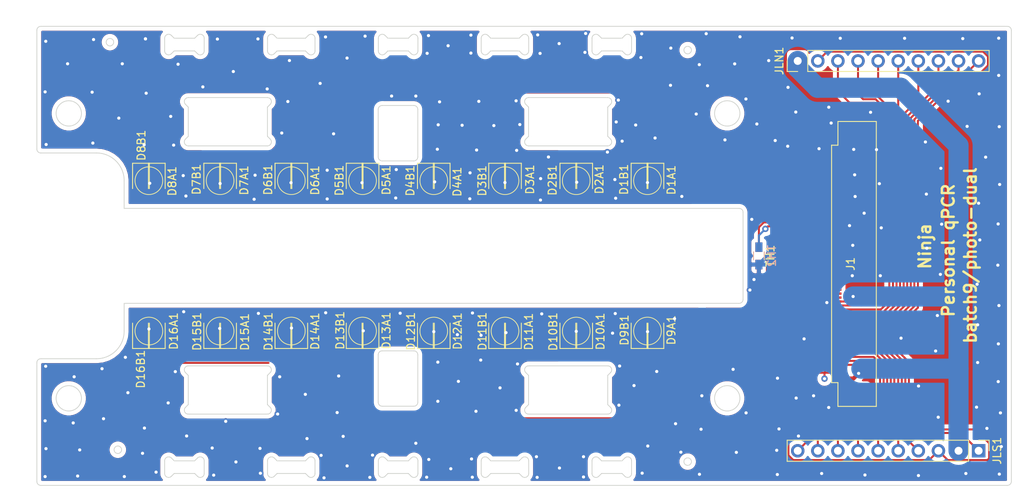
<source format=kicad_pcb>
(kicad_pcb (version 20171130) (host pcbnew "(5.1.6-0-10_14)")
  (layers (0 F.Cu signal) (31 B.Cu signal) (34 B.Paste user) (35 F.Paste user) (36 B.SilkS user) (37 F.SilkS user) (38 B.Mask user) (39 F.Mask user) (44 Edge.Cuts user))
  (net 0 "")
  (net 1 GNDA)
  (net 2 /S_PD_OUT1)
  (net 3 /S_PD_OUT2)
  (net 4 /S_PD_OUT3)
  (net 5 /S_PD_OUT4)
  (net 6 /S_PD_OUT5)
  (net 7 /S_PD_OUT6)
  (net 8 /S_PD_OUT7)
  (net 9 /S_PD_OUT8)
  (net 10 /S_PD_OUT9)
  (net 11 /S_PD_OUT10)
  (net 12 /S_PD_OUT11)
  (net 13 /S_PD_OUT12)
  (net 14 /S_PD_OUT13)
  (net 15 /S_PD_OUT14)
  (net 16 /S_PD_OUT15)
  (net 17 /S_PD_OUT16)
  (net 18 /N_PD_OUT1)
  (net 19 /N_PD_OUT2)
  (net 20 /N_PD_OUT3)
  (net 21 /N_PD_OUT4)
  (net 22 /N_PD_OUT5)
  (net 23 /N_PD_OUT6)
  (net 24 /N_PD_OUT7)
  (net 25 /N_PD_OUT8)
  (net 26 /N_PD_OUT9)
  (net 27 /N_PD_OUT10)
  (net 28 /N_PD_OUT11)
  (net 29 /N_PD_OUT12)
  (net 30 /N_PD_OUT13)
  (net 31 /N_PD_OUT14)
  (net 32 /N_PD_OUT15)
  (net 33 /N_PD_OUT16)
  (net 34 GNDL)
  (net 35 VCCL)
  (net 36 /N_LED_OUT9)
  (net 37 /N_LED_OUT10)
  (net 38 /N_LED_OUT11)
  (net 39 /N_LED_OUT12)
  (net 40 /N_LED_OUT13)
  (net 41 /N_LED_OUT14)
  (net 42 /N_LED_OUT15)
  (net 43 /N_LED_OUT16)
  (net 44 /S_LED_OUT2)
  (net 45 /S_LED_OUT1)
  (net 46 /S_LED_OUT4)
  (net 47 /S_LED_OUT3)
  (net 48 /S_LED_OUT7)
  (net 49 /S_LED_OUT8)
  (net 50 /S_LED_OUT6)
  (net 51 /S_LED_OUT5)
  (net 52 "Net-(J1-Pad40)")
  (net 53 "Net-(J1-Pad41)")
  (module Diodes_SMD:D_1206 (layer F.Cu) (at 162.921211 90.502066 270)
    (fp_text reference D1A1 (at -0.082066 -2.018789 270) (layer F.SilkS))
    (fp_text value D_Photo)
    (pad 1 smd rect (at -1.5 0 270) (size 1 1.6) (layers F.Cu F.Paste F.Mask) (net 18 /N_PD_OUT1))
    (pad 2 smd rect (at 1.5 0 270) (size 1 1.6) (layers F.Cu F.Paste F.Mask) (net 1 GNDA))
  )
  (module Diodes_SMD:D_1206 (layer F.Cu) (at 108.921211 109.501633 90)
    (fp_text reference D15A1 (at -0.108367 2.128789 90) (layer F.SilkS))
    (fp_text value D_Photo)
    (pad 1 smd rect (at -1.5 0 90) (size 1 1.6) (layers F.Cu F.Paste F.Mask) (net 14 /S_PD_OUT13))
    (pad 2 smd rect (at 1.5 0 90) (size 1 1.6) (layers F.Cu F.Paste F.Mask) (net 1 GNDA))
  )
  (module Diodes_SMD:D_1206 (layer F.Cu) (at 162.921211 109.501633 90)
    (fp_text reference D9A1 (at 0.121633 2.008789 270) (layer F.SilkS))
    (fp_text value D_Photo)
    (pad 2 smd rect (at 1.5 0 90) (size 1 1.6) (layers F.Cu F.Paste F.Mask) (net 1 GNDA))
    (pad 1 smd rect (at -1.5 0 90) (size 1 1.6) (layers F.Cu F.Paste F.Mask) (net 2 /S_PD_OUT1))
  )
  (module Diodes_SMD:D_1206 (layer F.Cu) (at 160.921211 109.501633 90)
    (fp_text reference D9B1 (at 0.121633 -1.911211 270) (layer F.SilkS))
    (fp_text value D_Photo)
    (pad 1 smd rect (at -1.5 0 90) (size 1 1.6) (layers F.Cu F.Paste F.Mask) (net 3 /S_PD_OUT2))
    (pad 2 smd rect (at 1.5 0 90) (size 1 1.6) (layers F.Cu F.Paste F.Mask) (net 1 GNDA))
  )
  (module Diodes_SMD:D_1206 (layer F.Cu) (at 153.921211 109.501633 90)
    (fp_text reference D10A1 (at -0.048367 2.048789 90) (layer F.SilkS))
    (fp_text value D_Photo)
    (pad 2 smd rect (at 1.5 0 90) (size 1 1.6) (layers F.Cu F.Paste F.Mask) (net 1 GNDA))
    (pad 1 smd rect (at -1.5 0 90) (size 1 1.6) (layers F.Cu F.Paste F.Mask) (net 4 /S_PD_OUT3))
  )
  (module Diodes_SMD:D_1206 (layer F.Cu) (at 151.921211 109.501633 90)
    (fp_text reference D10B1 (at -0.078367 -1.921211 90) (layer F.SilkS))
    (fp_text value D_Photo)
    (pad 1 smd rect (at -1.5 0 90) (size 1 1.6) (layers F.Cu F.Paste F.Mask) (net 5 /S_PD_OUT4))
    (pad 2 smd rect (at 1.5 0 90) (size 1 1.6) (layers F.Cu F.Paste F.Mask) (net 1 GNDA))
  )
  (module Diodes_SMD:D_1206 (layer F.Cu) (at 144.921211 109.501633 90)
    (fp_text reference D11A1 (at -0.078367 1.998789 90) (layer F.SilkS))
    (fp_text value D_Photo)
    (pad 2 smd rect (at 1.5 0 90) (size 1 1.6) (layers F.Cu F.Paste F.Mask) (net 1 GNDA))
    (pad 1 smd rect (at -1.5 0 90) (size 1 1.6) (layers F.Cu F.Paste F.Mask) (net 6 /S_PD_OUT5))
  )
  (module Diodes_SMD:D_1206 (layer F.Cu) (at 142.921211 109.501633 90)
    (fp_text reference D11B1 (at -0.038367 -1.861211 90) (layer F.SilkS))
    (fp_text value D_Photo)
    (pad 1 smd rect (at -1.5 0 90) (size 1 1.6) (layers F.Cu F.Paste F.Mask) (net 7 /S_PD_OUT6))
    (pad 2 smd rect (at 1.5 0 90) (size 1 1.6) (layers F.Cu F.Paste F.Mask) (net 1 GNDA))
  )
  (module Diodes_SMD:D_1206 (layer F.Cu) (at 135.921211 109.501633 90)
    (fp_text reference D12A1 (at -0.008367 2.008789 90) (layer F.SilkS))
    (fp_text value D_Photo)
    (pad 2 smd rect (at 1.5 0 90) (size 1 1.6) (layers F.Cu F.Paste F.Mask) (net 1 GNDA))
    (pad 1 smd rect (at -1.5 0 90) (size 1 1.6) (layers F.Cu F.Paste F.Mask) (net 8 /S_PD_OUT7))
  )
  (module Diodes_SMD:D_1206 (layer F.Cu) (at 117.921211 109.501633 90)
    (fp_text reference D14A1 (at -0.018367 1.998789 90) (layer F.SilkS))
    (fp_text value D_Photo)
    (pad 1 smd rect (at -1.5 0 90) (size 1 1.6) (layers F.Cu F.Paste F.Mask) (net 12 /S_PD_OUT11))
    (pad 2 smd rect (at 1.5 0 90) (size 1 1.6) (layers F.Cu F.Paste F.Mask) (net 1 GNDA))
  )
  (module Diodes_SMD:D_1206 (layer F.Cu) (at 106.921211 109.501633 90)
    (fp_text reference D15B1 (at -0.058367 -1.911211 90) (layer F.SilkS))
    (fp_text value D_Photo)
    (pad 2 smd rect (at 1.5 0 90) (size 1 1.6) (layers F.Cu F.Paste F.Mask) (net 1 GNDA))
    (pad 1 smd rect (at -1.5 0 90) (size 1 1.6) (layers F.Cu F.Paste F.Mask) (net 15 /S_PD_OUT14))
  )
  (module Diodes_SMD:D_1206 (layer F.Cu) (at 115.921211 109.501633 90)
    (fp_text reference D14B1 (at -0.048367 -1.901211 90) (layer F.SilkS))
    (fp_text value D_Photo)
    (pad 2 smd rect (at 1.5 0 90) (size 1 1.6) (layers F.Cu F.Paste F.Mask) (net 1 GNDA))
    (pad 1 smd rect (at -1.5 0 90) (size 1 1.6) (layers F.Cu F.Paste F.Mask) (net 13 /S_PD_OUT12))
  )
  (module Diodes_SMD:D_1206 (layer F.Cu) (at 126.921211 109.501633 90)
    (fp_text reference D13A1 (at 0.051633 2.008789 90) (layer F.SilkS))
    (fp_text value D_Photo)
    (pad 1 smd rect (at -1.5 0 90) (size 1 1.6) (layers F.Cu F.Paste F.Mask) (net 10 /S_PD_OUT9))
    (pad 2 smd rect (at 1.5 0 90) (size 1 1.6) (layers F.Cu F.Paste F.Mask) (net 1 GNDA))
  )
  (module Diodes_SMD:D_1206 (layer F.Cu) (at 124.921211 109.501633 90)
    (fp_text reference D13B1 (at 0.081633 -1.831211 90) (layer F.SilkS))
    (fp_text value D_Photo)
    (pad 2 smd rect (at 1.5 0 90) (size 1 1.6) (layers F.Cu F.Paste F.Mask) (net 1 GNDA))
    (pad 1 smd rect (at -1.5 0 90) (size 1 1.6) (layers F.Cu F.Paste F.Mask) (net 11 /S_PD_OUT10))
  )
  (module Diodes_SMD:D_1206 (layer F.Cu) (at 99.921211 109.501633 90)
    (fp_text reference D16A1 (at -0.008367 2.138789 90) (layer F.SilkS))
    (fp_text value D_Photo)
    (pad 1 smd rect (at -1.5 0 90) (size 1 1.6) (layers F.Cu F.Paste F.Mask) (net 16 /S_PD_OUT15))
    (pad 2 smd rect (at 1.5 0 90) (size 1 1.6) (layers F.Cu F.Paste F.Mask) (net 1 GNDA))
  )
  (module Diodes_SMD:D_1206 (layer F.Cu) (at 133.921211 109.501633 90)
    (fp_text reference D12B1 (at -0.038367 -1.901211 90) (layer F.SilkS))
    (fp_text value D_Photo)
    (pad 1 smd rect (at -1.5 0 90) (size 1 1.6) (layers F.Cu F.Paste F.Mask) (net 9 /S_PD_OUT8))
    (pad 2 smd rect (at 1.5 0 90) (size 1 1.6) (layers F.Cu F.Paste F.Mask) (net 1 GNDA))
  )
  (module Diodes_SMD:D_1206 (layer F.Cu) (at 97.921211 109.501633 90)
    (fp_text reference D16B1 (at -4.818367 -0.031211 90) (layer F.SilkS))
    (fp_text value D_Photo)
    (pad 2 smd rect (at 1.5 0 90) (size 1 1.6) (layers F.Cu F.Paste F.Mask) (net 1 GNDA))
    (pad 1 smd rect (at -1.5 0 90) (size 1 1.6) (layers F.Cu F.Paste F.Mask) (net 17 /S_PD_OUT16))
  )
  (module Diodes_SMD:D_1206 (layer F.Cu) (at 160.921211 90.502066 270)
    (fp_text reference D1B1 (at -0.152066 1.971211 270) (layer F.SilkS))
    (fp_text value D_Photo)
    (pad 2 smd rect (at 1.5 0 270) (size 1 1.6) (layers F.Cu F.Paste F.Mask) (net 1 GNDA))
    (pad 1 smd rect (at -1.5 0 270) (size 1 1.6) (layers F.Cu F.Paste F.Mask) (net 19 /N_PD_OUT2))
  )
  (module Diodes_SMD:D_1206 (layer F.Cu) (at 99.921211 90.502066 270)
    (fp_text reference D8A1 (at 0.057934 -1.948789 90) (layer F.SilkS))
    (fp_text value D_Photo)
    (pad 2 smd rect (at 1.5 0 270) (size 1 1.6) (layers F.Cu F.Paste F.Mask) (net 1 GNDA))
    (pad 1 smd rect (at -1.5 0 270) (size 1 1.6) (layers F.Cu F.Paste F.Mask) (net 32 /N_PD_OUT15))
  )
  (module Diodes_SMD:D_1206 (layer F.Cu) (at 135.921211 90.502066 270)
    (fp_text reference D4A1 (at 0.137934 -1.968789 90) (layer F.SilkS))
    (fp_text value D_Photo)
    (pad 1 smd rect (at -1.5 0 270) (size 1 1.6) (layers F.Cu F.Paste F.Mask) (net 24 /N_PD_OUT7))
    (pad 2 smd rect (at 1.5 0 270) (size 1 1.6) (layers F.Cu F.Paste F.Mask) (net 1 GNDA))
  )
  (module Diodes_SMD:D_1206 (layer F.Cu) (at 115.921211 90.502066 270)
    (fp_text reference D6B1 (at -0.122066 1.941211 90) (layer F.SilkS))
    (fp_text value D_Photo)
    (pad 1 smd rect (at -1.5 0 270) (size 1 1.6) (layers F.Cu F.Paste F.Mask) (net 29 /N_PD_OUT12))
    (pad 2 smd rect (at 1.5 0 270) (size 1 1.6) (layers F.Cu F.Paste F.Mask) (net 1 GNDA))
  )
  (module Diodes_SMD:D_1206 (layer F.Cu) (at 117.921211 90.502066 270)
    (fp_text reference D6A1 (at -0.042066 -1.998789 90) (layer F.SilkS))
    (fp_text value D_Photo)
    (pad 2 smd rect (at 1.5 0 270) (size 1 1.6) (layers F.Cu F.Paste F.Mask) (net 1 GNDA))
    (pad 1 smd rect (at -1.5 0 270) (size 1 1.6) (layers F.Cu F.Paste F.Mask) (net 28 /N_PD_OUT11))
  )
  (module Diodes_SMD:D_1206 (layer F.Cu) (at 142.921211 90.502066 270)
    (fp_text reference D3B1 (at 0.007934 1.881211 90) (layer F.SilkS))
    (fp_text value D_Photo)
    (pad 2 smd rect (at 1.5 0 270) (size 1 1.6) (layers F.Cu F.Paste F.Mask) (net 1 GNDA))
    (pad 1 smd rect (at -1.5 0 270) (size 1 1.6) (layers F.Cu F.Paste F.Mask) (net 23 /N_PD_OUT6))
  )
  (module Diodes_SMD:D_1206 (layer F.Cu) (at 106.921211 90.502066 270)
    (fp_text reference D7B1 (at -0.162066 1.981211 90) (layer F.SilkS))
    (fp_text value D_Photo)
    (pad 1 smd rect (at -1.5 0 270) (size 1 1.6) (layers F.Cu F.Paste F.Mask) (net 31 /N_PD_OUT14))
    (pad 2 smd rect (at 1.5 0 270) (size 1 1.6) (layers F.Cu F.Paste F.Mask) (net 1 GNDA))
  )
  (module Diodes_SMD:D_1206 (layer F.Cu) (at 124.921211 90.502066 270)
    (fp_text reference D5B1 (at -0.022066 1.931211 90) (layer F.SilkS))
    (fp_text value D_Photo)
    (pad 1 smd rect (at -1.5 0 270) (size 1 1.6) (layers F.Cu F.Paste F.Mask) (net 27 /N_PD_OUT10))
    (pad 2 smd rect (at 1.5 0 270) (size 1 1.6) (layers F.Cu F.Paste F.Mask) (net 1 GNDA))
  )
  (module Diodes_SMD:D_1206 (layer F.Cu) (at 133.921211 90.502066 270)
    (fp_text reference D4B1 (at 0.007934 1.971211 90) (layer F.SilkS))
    (fp_text value D_Photo)
    (pad 2 smd rect (at 1.5 0 270) (size 1 1.6) (layers F.Cu F.Paste F.Mask) (net 1 GNDA))
    (pad 1 smd rect (at -1.5 0 270) (size 1 1.6) (layers F.Cu F.Paste F.Mask) (net 25 /N_PD_OUT8))
  )
  (module Diodes_SMD:D_1206 (layer F.Cu) (at 126.921211 90.502066 270)
    (fp_text reference D5A1 (at -0.062066 -2.008789 90) (layer F.SilkS))
    (fp_text value D_Photo)
    (pad 2 smd rect (at 1.5 0 270) (size 1 1.6) (layers F.Cu F.Paste F.Mask) (net 1 GNDA))
    (pad 1 smd rect (at -1.5 0 270) (size 1 1.6) (layers F.Cu F.Paste F.Mask) (net 26 /N_PD_OUT9))
  )
  (module Diodes_SMD:D_1206 (layer F.Cu) (at 153.921211 90.502066 270)
    (fp_text reference D2A1 (at -0.182066 -1.918789 90) (layer F.SilkS))
    (fp_text value D_Photo)
    (pad 1 smd rect (at -1.5 0 270) (size 1 1.6) (layers F.Cu F.Paste F.Mask) (net 20 /N_PD_OUT3))
    (pad 2 smd rect (at 1.5 0 270) (size 1 1.6) (layers F.Cu F.Paste F.Mask) (net 1 GNDA))
  )
  (module Diodes_SMD:D_1206 (layer F.Cu) (at 144.921211 90.502066 270)
    (fp_text reference D3A1 (at -0.152066 -2.158789 90) (layer F.SilkS))
    (fp_text value D_Photo)
    (pad 1 smd rect (at -1.5 0 270) (size 1 1.6) (layers F.Cu F.Paste F.Mask) (net 22 /N_PD_OUT5))
    (pad 2 smd rect (at 1.5 0 270) (size 1 1.6) (layers F.Cu F.Paste F.Mask) (net 1 GNDA))
  )
  (module Diodes_SMD:D_1206 (layer F.Cu) (at 151.921211 90.502066 270)
    (fp_text reference D2B1 (at -0.062066 2.001211 90) (layer F.SilkS))
    (fp_text value D_Photo)
    (pad 2 smd rect (at 1.5 0 270) (size 1 1.6) (layers F.Cu F.Paste F.Mask) (net 1 GNDA))
    (pad 1 smd rect (at -1.5 0 270) (size 1 1.6) (layers F.Cu F.Paste F.Mask) (net 21 /N_PD_OUT4))
  )
  (module Diodes_SMD:D_1206 (layer F.Cu) (at 97.921211 90.502066 270)
    (fp_text reference D8B1 (at -4.462066 -0.048789 90) (layer F.SilkS))
    (fp_text value D_Photo)
    (pad 1 smd rect (at -1.5 0 270) (size 1 1.6) (layers F.Cu F.Paste F.Mask) (net 33 /N_PD_OUT16))
    (pad 2 smd rect (at 1.5 0 270) (size 1 1.6) (layers F.Cu F.Paste F.Mask) (net 1 GNDA))
  )
  (module Diodes_SMD:D_1206 (layer F.Cu) (at 108.921211 90.502066 270)
    (fp_text reference D7A1 (at -0.042066 -2.038789 90) (layer F.SilkS))
    (fp_text value D_Photo)
    (pad 2 smd rect (at 1.5 0 270) (size 1 1.6) (layers F.Cu F.Paste F.Mask) (net 1 GNDA))
    (pad 1 smd rect (at -1.5 0 270) (size 1 1.6) (layers F.Cu F.Paste F.Mask) (net 30 /N_PD_OUT13))
  )
  (module Resistors_SMD:R_0603_HandSoldering (layer B.Cu) (at 176 100 270)
    (fp_text reference TH2 (at 0.01 -1.64 90) (layer B.SilkS) (effects (justify mirror)))
    (fp_text value Thermistor)
    (pad 1 smd rect (at -1.1 0 270) (size 1.2 0.9) (layers B.Cu B.Paste B.Mask) (net 52 "Net-(J1-Pad40)"))
    (pad 2 smd rect (at 1.1 0 270) (size 1.2 0.9) (layers B.Cu B.Paste B.Mask) (net 1 GNDA))
  )
  (module Resistors_SMD:R_0603_HandSoldering (layer F.Cu) (at 176 100 270)
    (fp_text reference TH1 (at 0 -1.45 90) (layer F.SilkS))
    (fp_text value Thermistor)
    (pad 2 smd rect (at 1.1 0 270) (size 1.2 0.9) (layers F.Cu F.Paste F.Mask) (net 1 GNDA))
    (pad 1 smd rect (at -1.1 0 270) (size 1.2 0.9) (layers F.Cu F.Paste F.Mask) (net 53 "Net-(J1-Pad41)"))
  )
  (module Ninja-qPCR:FFC_60_Ali_HUISHUNFA (layer F.Cu) (at 185.81 115.77 90)
    (fp_text reference J1 (at 14.75 1.775 90) (layer F.SilkS))
    (fp_text value Conn_01x60_Male)
    (pad 1 smd rect (at 0 0 90) (size 0.3 1.25) (layers F.Cu F.Paste F.Mask) (net 34 GNDL))
    (pad 2 smd rect (at 0.5 0 90) (size 0.3 1.25) (layers F.Cu F.Paste F.Mask) (net 34 GNDL))
    (pad 3 smd rect (at 1 0 90) (size 0.3 1.25) (layers F.Cu F.Paste F.Mask) (net 35 VCCL))
    (pad 4 smd rect (at 1.5 0 90) (size 0.3 1.25) (layers F.Cu F.Paste F.Mask) (net 35 VCCL))
    (pad 5 smd rect (at 2 0 90) (size 0.3 1.25) (layers F.Cu F.Paste F.Mask) (net 44 /S_LED_OUT2))
    (pad 6 smd rect (at 2.5 0 90) (size 0.3 1.25) (layers F.Cu F.Paste F.Mask) (net 45 /S_LED_OUT1))
    (pad 7 smd rect (at 3 0 90) (size 0.3 1.25) (layers F.Cu F.Paste F.Mask) (net 46 /S_LED_OUT4))
    (pad 8 smd rect (at 3.5 0 90) (size 0.3 1.25) (layers F.Cu F.Paste F.Mask) (net 47 /S_LED_OUT3))
    (pad 9 smd rect (at 4 0 90) (size 0.3 1.25) (layers F.Cu F.Paste F.Mask) (net 48 /S_LED_OUT7))
    (pad 10 smd rect (at 4.5 0 90) (size 0.3 1.25) (layers F.Cu F.Paste F.Mask) (net 49 /S_LED_OUT8))
    (pad 11 smd rect (at 5 0 90) (size 0.3 1.25) (layers F.Cu F.Paste F.Mask) (net 50 /S_LED_OUT6))
    (pad 12 smd rect (at 5.5 0 90) (size 0.3 1.25) (layers F.Cu F.Paste F.Mask) (net 51 /S_LED_OUT5))
    (pad 13 smd rect (at 6 0 90) (size 0.3 1.25) (layers F.Cu F.Paste F.Mask) (net 43 /N_LED_OUT16))
    (pad 14 smd rect (at 6.5 0 90) (size 0.3 1.25) (layers F.Cu F.Paste F.Mask) (net 42 /N_LED_OUT15))
    (pad 15 smd rect (at 7 0 90) (size 0.3 1.25) (layers F.Cu F.Paste F.Mask) (net 41 /N_LED_OUT14))
    (pad 16 smd rect (at 7.5 0 90) (size 0.3 1.25) (layers F.Cu F.Paste F.Mask) (net 40 /N_LED_OUT13))
    (pad 17 smd rect (at 8 0 90) (size 0.3 1.25) (layers F.Cu F.Paste F.Mask) (net 39 /N_LED_OUT12))
    (pad 18 smd rect (at 8.5 0 90) (size 0.3 1.25) (layers F.Cu F.Paste F.Mask) (net 38 /N_LED_OUT11))
    (pad 19 smd rect (at 9 0 90) (size 0.3 1.25) (layers F.Cu F.Paste F.Mask) (net 37 /N_LED_OUT10))
    (pad 20 smd rect (at 9.5 0 90) (size 0.3 1.25) (layers F.Cu F.Paste F.Mask) (net 36 /N_LED_OUT9))
    (pad 21 smd rect (at 10 0 90) (size 0.3 1.25) (layers F.Cu F.Paste F.Mask) (net 34 GNDL))
    (pad 22 smd rect (at 10.5 0 90) (size 0.3 1.25) (layers F.Cu F.Paste F.Mask) (net 1 GNDA))
    (pad 23 smd rect (at 11 0 90) (size 0.3 1.25) (layers F.Cu F.Paste F.Mask) (net 17 /S_PD_OUT16))
    (pad 24 smd rect (at 11.5 0 90) (size 0.3 1.25) (layers F.Cu F.Paste F.Mask) (net 16 /S_PD_OUT15))
    (pad 25 smd rect (at 12 0 90) (size 0.3 1.25) (layers F.Cu F.Paste F.Mask) (net 15 /S_PD_OUT14))
    (pad 26 smd rect (at 12.5 0 90) (size 0.3 1.25) (layers F.Cu F.Paste F.Mask) (net 14 /S_PD_OUT13))
    (pad 27 smd rect (at 13 0 90) (size 0.3 1.25) (layers F.Cu F.Paste F.Mask) (net 13 /S_PD_OUT12))
    (pad 28 smd rect (at 13.5 0 90) (size 0.3 1.25) (layers F.Cu F.Paste F.Mask) (net 12 /S_PD_OUT11))
    (pad 29 smd rect (at 14 0 90) (size 0.3 1.25) (layers F.Cu F.Paste F.Mask) (net 11 /S_PD_OUT10))
    (pad 30 smd rect (at 14.5 0 90) (size 0.3 1.25) (layers F.Cu F.Paste F.Mask) (net 10 /S_PD_OUT9))
    (pad 31 smd rect (at 15 0 90) (size 0.3 1.25) (layers F.Cu F.Paste F.Mask) (net 9 /S_PD_OUT8))
    (pad 32 smd rect (at 15.5 0 90) (size 0.3 1.25) (layers F.Cu F.Paste F.Mask) (net 8 /S_PD_OUT7))
    (pad 33 smd rect (at 16 0 90) (size 0.3 1.25) (layers F.Cu F.Paste F.Mask) (net 7 /S_PD_OUT6))
    (pad 34 smd rect (at 16.5 0 90) (size 0.3 1.25) (layers F.Cu F.Paste F.Mask) (net 6 /S_PD_OUT5))
    (pad 35 smd rect (at 17 0 90) (size 0.3 1.25) (layers F.Cu F.Paste F.Mask) (net 5 /S_PD_OUT4))
    (pad 36 smd rect (at 17.5 0 90) (size 0.3 1.25) (layers F.Cu F.Paste F.Mask) (net 4 /S_PD_OUT3))
    (pad 37 smd rect (at 18 0 90) (size 0.3 1.25) (layers F.Cu F.Paste F.Mask) (net 3 /S_PD_OUT2))
    (pad 38 smd rect (at 18.5 0 90) (size 0.3 1.25) (layers F.Cu F.Paste F.Mask) (net 2 /S_PD_OUT1))
    (pad 39 smd rect (at 19 0 90) (size 0.3 1.25) (layers F.Cu F.Paste F.Mask) (net 1 GNDA))
    (pad 40 smd rect (at 19.5 0 90) (size 0.3 1.25) (layers F.Cu F.Paste F.Mask) (net 52 "Net-(J1-Pad40)"))
    (pad 41 smd rect (at 20 0 90) (size 0.3 1.25) (layers F.Cu F.Paste F.Mask) (net 53 "Net-(J1-Pad41)"))
    (pad 42 smd rect (at 20.5 0 90) (size 0.3 1.25) (layers F.Cu F.Paste F.Mask) (net 1 GNDA))
    (pad 43 smd rect (at 21 0 90) (size 0.3 1.25) (layers F.Cu F.Paste F.Mask) (net 18 /N_PD_OUT1))
    (pad 44 smd rect (at 21.5 0 90) (size 0.3 1.25) (layers F.Cu F.Paste F.Mask) (net 19 /N_PD_OUT2))
    (pad 45 smd rect (at 22 0 90) (size 0.3 1.25) (layers F.Cu F.Paste F.Mask) (net 20 /N_PD_OUT3))
    (pad 46 smd rect (at 22.5 0 90) (size 0.3 1.25) (layers F.Cu F.Paste F.Mask) (net 21 /N_PD_OUT4))
    (pad 47 smd rect (at 23 0 90) (size 0.3 1.25) (layers F.Cu F.Paste F.Mask) (net 22 /N_PD_OUT5))
    (pad 48 smd rect (at 23.5 0 90) (size 0.3 1.25) (layers F.Cu F.Paste F.Mask) (net 23 /N_PD_OUT6))
    (pad 49 smd rect (at 24 0 90) (size 0.3 1.25) (layers F.Cu F.Paste F.Mask) (net 24 /N_PD_OUT7))
    (pad 50 smd rect (at 24.5 0 90) (size 0.3 1.25) (layers F.Cu F.Paste F.Mask) (net 25 /N_PD_OUT8))
    (pad 51 smd rect (at 25 0 90) (size 0.3 1.25) (layers F.Cu F.Paste F.Mask) (net 26 /N_PD_OUT9))
    (pad 52 smd rect (at 25.5 0 90) (size 0.3 1.25) (layers F.Cu F.Paste F.Mask) (net 27 /N_PD_OUT10))
    (pad 53 smd rect (at 26 0 90) (size 0.3 1.25) (layers F.Cu F.Paste F.Mask) (net 28 /N_PD_OUT11))
    (pad 54 smd rect (at 26.5 0 90) (size 0.3 1.25) (layers F.Cu F.Paste F.Mask) (net 29 /N_PD_OUT12))
    (pad 55 smd rect (at 27 0 90) (size 0.3 1.25) (layers F.Cu F.Paste F.Mask) (net 30 /N_PD_OUT13))
    (pad 56 smd rect (at 27.5 0 90) (size 0.3 1.25) (layers F.Cu F.Paste F.Mask) (net 31 /N_PD_OUT14))
    (pad 57 smd rect (at 28 0 90) (size 0.3 1.25) (layers F.Cu F.Paste F.Mask) (net 32 /N_PD_OUT15))
    (pad 58 smd rect (at 28.5 0 90) (size 0.3 1.25) (layers F.Cu F.Paste F.Mask) (net 33 /N_PD_OUT16))
    (pad 59 smd rect (at 29 0 90) (size 0.3 1.25) (layers F.Cu F.Paste F.Mask) (net 1 GNDA))
    (pad 60 smd rect (at 29.5 0 90) (size 0.3 1.25) (layers F.Cu F.Paste F.Mask) (net 1 GNDA))
    (pad G1 smd rect (at -1.8 2.325 90) (size 2.4 3) (layers F.Cu F.Paste F.Mask) (net 1 GNDA))
    (pad G2 smd rect (at 31.3 2.325 90) (size 2.4 3) (layers F.Cu F.Paste F.Mask) (net 1 GNDA))
  )
  (module Pin_Headers:Pin_Header_Straight_1x10_Pitch2.54mm (layer F.Cu) (at 180.905 75.372 90)
    (fp_text reference JLN1 (at 0 -2.33 90) (layer F.SilkS))
    (fp_text value Conn_01x10_Male)
    (pad 1 thru_hole rect (at 0 0 90) (size 1.7 1.7) (drill 1) (layers *.Cu *.Mask) (net 34 GNDL))
    (pad 2 thru_hole oval (at 0 2.54 90) (size 1.7 1.7) (drill 1) (layers *.Cu *.Mask) (net 35 VCCL))
    (pad 3 thru_hole oval (at 0 5.08 90) (size 1.7 1.7) (drill 1) (layers *.Cu *.Mask) (net 36 /N_LED_OUT9))
    (pad 4 thru_hole oval (at 0 7.62 90) (size 1.7 1.7) (drill 1) (layers *.Cu *.Mask) (net 37 /N_LED_OUT10))
    (pad 5 thru_hole oval (at 0 10.16 90) (size 1.7 1.7) (drill 1) (layers *.Cu *.Mask) (net 38 /N_LED_OUT11))
    (pad 6 thru_hole oval (at 0 12.7 90) (size 1.7 1.7) (drill 1) (layers *.Cu *.Mask) (net 39 /N_LED_OUT12))
    (pad 7 thru_hole oval (at 0 15.24 90) (size 1.7 1.7) (drill 1) (layers *.Cu *.Mask) (net 40 /N_LED_OUT13))
    (pad 8 thru_hole oval (at 0 17.78 90) (size 1.7 1.7) (drill 1) (layers *.Cu *.Mask) (net 41 /N_LED_OUT14))
    (pad 9 thru_hole oval (at 0 20.32 90) (size 1.7 1.7) (drill 1) (layers *.Cu *.Mask) (net 42 /N_LED_OUT15))
    (pad 10 thru_hole oval (at 0 22.86 90) (size 1.7 1.7) (drill 1) (layers *.Cu *.Mask) (net 43 /N_LED_OUT16))
  )
  (module Pin_Headers:Pin_Header_Straight_1x10_Pitch2.54mm (layer F.Cu) (at 203.765 124.628 270)
    (fp_text reference JLS1 (at 0 -2.33 90) (layer F.SilkS))
    (fp_text value Conn_01x10_Male)
    (pad 10 thru_hole oval (at 0 22.86 270) (size 1.7 1.7) (drill 1) (layers *.Cu *.Mask) (net 44 /S_LED_OUT2))
    (pad 9 thru_hole oval (at 0 20.32 270) (size 1.7 1.7) (drill 1) (layers *.Cu *.Mask) (net 45 /S_LED_OUT1))
    (pad 8 thru_hole oval (at 0 17.78 270) (size 1.7 1.7) (drill 1) (layers *.Cu *.Mask) (net 46 /S_LED_OUT4))
    (pad 7 thru_hole oval (at 0 15.24 270) (size 1.7 1.7) (drill 1) (layers *.Cu *.Mask) (net 47 /S_LED_OUT3))
    (pad 6 thru_hole oval (at 0 12.7 270) (size 1.7 1.7) (drill 1) (layers *.Cu *.Mask) (net 48 /S_LED_OUT7))
    (pad 5 thru_hole oval (at 0 10.16 270) (size 1.7 1.7) (drill 1) (layers *.Cu *.Mask) (net 49 /S_LED_OUT8))
    (pad 4 thru_hole oval (at 0 7.62 270) (size 1.7 1.7) (drill 1) (layers *.Cu *.Mask) (net 50 /S_LED_OUT6))
    (pad 3 thru_hole oval (at 0 5.08 270) (size 1.7 1.7) (drill 1) (layers *.Cu *.Mask) (net 35 VCCL))
    (pad 2 thru_hole oval (at 0 2.54 270) (size 1.7 1.7) (drill 1) (layers *.Cu *.Mask) (net 34 GNDL))
    (pad 1 thru_hole rect (at 0 0 270) (size 1.7 1.7) (drill 1) (layers *.Cu *.Mask) (net 51 /S_LED_OUT5))
  )
  (gr_line (start 156.89905 80.001749) (end 146.89905 80.001749) (layer Edge.Cuts) (width 0.1))
  (gr_arc (start 173.5 105.5) (end 173.5 106) (angle -90) (layer Edge.Cuts) (width 0.1))
  (gr_arc (start 173.5 94.5) (end 174 94.5) (angle -90) (layer Edge.Cuts) (width 0.1))
  (gr_line (start 84.764 71.5) (end 84.764 86.5) (layer Edge.Cuts) (width 0.1))
  (gr_arc (start 85.264 113.5) (end 85.264 113) (angle -90) (layer Edge.Cuts) (width 0.1))
  (gr_arc (start 85.264 86.5) (end 84.764 86.5) (angle -90) (layer Edge.Cuts) (width 0.1))
  (gr_circle (center 95 124.5) (end 94.525 124.5) (layer Edge.Cuts) (width 0.1))
  (gr_circle (center 167 126) (end 166.525 126) (layer Edge.Cuts) (width 0.1))
  (gr_circle (center 167 74) (end 166.525 74) (layer Edge.Cuts) (width 0.1))
  (gr_circle (center 94 73) (end 93.525 73) (layer Edge.Cuts) (width 0.1))
  (gr_text batch9/photo-dual (at 202.73 99.94 90) (layer F.SilkS) (effects (font (size 1.5 1.5) (thickness 0.3))))
  (gr_text "Personal qPCR" (at 199.94 99.31 90) (layer F.SilkS) (effects (font (size 1.5 1.5) (thickness 0.3))))
  (gr_text Ninja (at 196.97 98.8 90) (layer F.SilkS) (effects (font (size 1.5 1.5) (thickness 0.3))))
  (gr_line (start 127.9 87.5) (end 127.9 81.5) (layer Edge.Cuts) (width 0.1))
  (gr_line (start 132.9 87.5) (end 132.9 81.5) (layer Edge.Cuts) (width 0.1))
  (gr_line (start 128.4 81) (end 132.4 81) (layer Edge.Cuts) (width 0.1))
  (gr_arc (start 132.4 81.5) (end 132.9 81.5) (angle -90) (layer Edge.Cuts) (width 0.1))
  (gr_arc (start 128.4 81.5) (end 128.4 81) (angle -90) (layer Edge.Cuts) (width 0.1))
  (gr_line (start 132.4 88) (end 128.4 88) (layer Edge.Cuts) (width 0.1))
  (gr_arc (start 128.4 87.5) (end 127.9 87.5) (angle -90) (layer Edge.Cuts) (width 0.1))
  (gr_arc (start 132.4 87.5) (end 132.4 88) (angle -90) (layer Edge.Cuts) (width 0.1))
  (gr_line (start 132.9 118.5) (end 132.9 112.5) (layer Edge.Cuts) (width 0.1))
  (gr_line (start 127.9 118.5) (end 127.9 112.5) (layer Edge.Cuts) (width 0.1))
  (gr_line (start 132.4 119) (end 128.4 119) (layer Edge.Cuts) (width 0.1))
  (gr_arc (start 128.4 118.5) (end 127.9 118.5) (angle -90) (layer Edge.Cuts) (width 0.1))
  (gr_arc (start 132.4 118.5) (end 132.4 119) (angle -90) (layer Edge.Cuts) (width 0.1))
  (gr_arc (start 132.4 112.5) (end 132.9 112.5) (angle -90) (layer Edge.Cuts) (width 0.1))
  (gr_arc (start 128.4 112.5) (end 128.4 112) (angle -90) (layer Edge.Cuts) (width 0.1))
  (gr_line (start 128.4 112) (end 132.4 112) (layer Edge.Cuts) (width 0.1))
  (gr_line (start 146.89905 119.998251) (end 156.89905 119.998251) (layer Edge.Cuts) (width 0.1))
  (gr_line (start 156.89905 113.898251) (end 146.89905 113.898251) (layer Edge.Cuts) (width 0.1))
  (gr_arc (start 207.399 128.5) (end 207.399 129) (angle -90) (layer Edge.Cuts) (width 0.1))
  (gr_line (start 113.89905 113.898251) (end 103.89905 113.898251) (layer Edge.Cuts) (width 0.1))
  (gr_arc (start 113.89905 114.398251) (end 114.252604 114.751805) (angle -135) (layer Edge.Cuts) (width 0.1))
  (gr_line (start 113.89905 115.105358) (end 114.252604 114.751805) (layer Edge.Cuts) (width 0.1))
  (gr_line (start 113.89905 118.791145) (end 113.89905 115.105358) (layer Edge.Cuts) (width 0.1))
  (gr_line (start 114.252604 119.144698) (end 113.89905 118.791145) (layer Edge.Cuts) (width 0.1))
  (gr_arc (start 113.89905 119.498251) (end 113.89905 119.998251) (angle -135) (layer Edge.Cuts) (width 0.1))
  (gr_arc (start 132.41405 127.498251) (end 132.060497 127.851805) (angle -135) (layer Edge.Cuts) (width 0.1))
  (gr_line (start 131.706944 127.498251) (end 132.060497 127.851805) (layer Edge.Cuts) (width 0.1))
  (gr_arc (start 101.41405 125.898251) (end 101.767604 125.544698) (angle -135) (layer Edge.Cuts) (width 0.1))
  (gr_arc (start 101.41405 127.498251) (end 100.91405 127.498251) (angle -135) (layer Edge.Cuts) (width 0.1))
  (gr_line (start 101.767604 127.851805) (end 102.121157 127.498251) (layer Edge.Cuts) (width 0.1))
  (gr_line (start 102.121157 125.898251) (end 101.767604 125.544698) (layer Edge.Cuts) (width 0.1))
  (gr_arc (start 141.41405 127.498251) (end 140.91405 127.498251) (angle -135) (layer Edge.Cuts) (width 0.1))
  (gr_line (start 140.91405 125.898251) (end 140.91405 127.498251) (layer Edge.Cuts) (width 0.1))
  (gr_line (start 102.121157 127.498251) (end 104.706944 127.498251) (layer Edge.Cuts) (width 0.1))
  (gr_line (start 156.121157 125.898251) (end 155.767604 125.544698) (layer Edge.Cuts) (width 0.1))
  (gr_line (start 158.706944 125.898251) (end 156.121157 125.898251) (layer Edge.Cuts) (width 0.1))
  (gr_line (start 159.060497 125.544698) (end 158.706944 125.898251) (layer Edge.Cuts) (width 0.1))
  (gr_arc (start 105.41405 127.498251) (end 105.060497 127.851805) (angle -135) (layer Edge.Cuts) (width 0.1))
  (gr_line (start 104.706944 127.498251) (end 105.060497 127.851805) (layer Edge.Cuts) (width 0.1))
  (gr_line (start 100.91405 125.898251) (end 100.91405 127.498251) (layer Edge.Cuts) (width 0.1))
  (gr_arc (start 155.41405 127.498251) (end 154.91405 127.498251) (angle -135) (layer Edge.Cuts) (width 0.1))
  (gr_line (start 154.91405 125.898251) (end 154.91405 127.498251) (layer Edge.Cuts) (width 0.1))
  (gr_arc (start 155.41405 125.898251) (end 155.767604 125.544698) (angle -135) (layer Edge.Cuts) (width 0.1))
  (gr_line (start 142.121157 127.498251) (end 145.706944 127.498251) (layer Edge.Cuts) (width 0.1))
  (gr_line (start 141.767604 127.851805) (end 142.121157 127.498251) (layer Edge.Cuts) (width 0.1))
  (gr_arc (start 103.89905 119.498251) (end 103.545497 119.144698) (angle -135) (layer Edge.Cuts) (width 0.1))
  (gr_line (start 103.89905 118.791145) (end 103.545497 119.144698) (layer Edge.Cuts) (width 0.1))
  (gr_line (start 145.706944 125.898251) (end 142.121157 125.898251) (layer Edge.Cuts) (width 0.1))
  (gr_line (start 146.060497 125.544698) (end 145.706944 125.898251) (layer Edge.Cuts) (width 0.1))
  (gr_line (start 158.706944 127.498251) (end 159.060497 127.851805) (layer Edge.Cuts) (width 0.1))
  (gr_line (start 156.121157 127.498251) (end 158.706944 127.498251) (layer Edge.Cuts) (width 0.1))
  (gr_line (start 155.767604 127.851805) (end 156.121157 127.498251) (layer Edge.Cuts) (width 0.1))
  (gr_line (start 146.545497 114.751805) (end 146.89905 115.105358) (layer Edge.Cuts) (width 0.1))
  (gr_arc (start 146.89905 114.398251) (end 146.89905 113.898251) (angle -135) (layer Edge.Cuts) (width 0.1))
  (gr_arc (start 119.41405 125.898251) (end 119.91405 125.898251) (angle -135) (layer Edge.Cuts) (width 0.1))
  (gr_arc (start 159.41405 127.498251) (end 159.060497 127.851805) (angle -135) (layer Edge.Cuts) (width 0.1))
  (gr_line (start 103.89905 115.105358) (end 103.89905 118.791145) (layer Edge.Cuts) (width 0.1))
  (gr_line (start 103.545497 114.751805) (end 103.89905 115.105358) (layer Edge.Cuts) (width 0.1))
  (gr_arc (start 103.89905 114.398251) (end 103.89905 113.898251) (angle -135) (layer Edge.Cuts) (width 0.1))
  (gr_arc (start 105.41405 125.898251) (end 105.91405 125.898251) (angle -135) (layer Edge.Cuts) (width 0.1))
  (gr_arc (start 146.89905 119.498251) (end 146.545497 119.144698) (angle -135) (layer Edge.Cuts) (width 0.1))
  (gr_line (start 146.89905 118.791145) (end 146.545497 119.144698) (layer Edge.Cuts) (width 0.1))
  (gr_line (start 146.89905 115.105358) (end 146.89905 118.791145) (layer Edge.Cuts) (width 0.1))
  (gr_line (start 105.91405 127.498251) (end 105.91405 125.898251) (layer Edge.Cuts) (width 0.1))
  (gr_arc (start 159.41405 125.898251) (end 159.91405 125.898251) (angle -135) (layer Edge.Cuts) (width 0.1))
  (gr_line (start 159.91405 127.498251) (end 159.91405 125.898251) (layer Edge.Cuts) (width 0.1))
  (gr_arc (start 114.41405 127.498251) (end 113.91405 127.498251) (angle -135) (layer Edge.Cuts) (width 0.1))
  (gr_arc (start 114.41405 125.898251) (end 114.767604 125.544698) (angle -135) (layer Edge.Cuts) (width 0.1))
  (gr_line (start 114.767604 127.851805) (end 115.121157 127.498251) (layer Edge.Cuts) (width 0.1))
  (gr_line (start 105.060497 125.544698) (end 104.706944 125.898251) (layer Edge.Cuts) (width 0.1))
  (gr_arc (start 128.41405 125.898251) (end 128.767604 125.544698) (angle -135) (layer Edge.Cuts) (width 0.1))
  (gr_line (start 129.121157 125.898251) (end 128.767604 125.544698) (layer Edge.Cuts) (width 0.1))
  (gr_line (start 131.706944 125.898251) (end 129.121157 125.898251) (layer Edge.Cuts) (width 0.1))
  (gr_line (start 132.060497 125.544698) (end 131.706944 125.898251) (layer Edge.Cuts) (width 0.1))
  (gr_arc (start 146.41405 125.898251) (end 146.91405 125.898251) (angle -135) (layer Edge.Cuts) (width 0.1))
  (gr_line (start 146.91405 127.498251) (end 146.91405 125.898251) (layer Edge.Cuts) (width 0.1))
  (gr_line (start 119.91405 127.498251) (end 119.91405 125.898251) (layer Edge.Cuts) (width 0.1))
  (gr_line (start 129.121157 127.498251) (end 131.706944 127.498251) (layer Edge.Cuts) (width 0.1))
  (gr_line (start 128.767604 127.851805) (end 129.121157 127.498251) (layer Edge.Cuts) (width 0.1))
  (gr_arc (start 146.41405 127.498251) (end 146.060497 127.851805) (angle -135) (layer Edge.Cuts) (width 0.1))
  (gr_line (start 145.706944 127.498251) (end 146.060497 127.851805) (layer Edge.Cuts) (width 0.1))
  (gr_arc (start 132.41405 125.898251) (end 132.91405 125.898251) (angle -135) (layer Edge.Cuts) (width 0.1))
  (gr_line (start 132.91405 127.498251) (end 132.91405 125.898251) (layer Edge.Cuts) (width 0.1))
  (gr_line (start 104.706944 125.898251) (end 102.121157 125.898251) (layer Edge.Cuts) (width 0.1))
  (gr_line (start 119.060497 125.544698) (end 118.706944 125.898251) (layer Edge.Cuts) (width 0.1))
  (gr_line (start 115.121157 125.898251) (end 114.767604 125.544698) (layer Edge.Cuts) (width 0.1))
  (gr_line (start 115.121157 127.498251) (end 118.706944 127.498251) (layer Edge.Cuts) (width 0.1))
  (gr_line (start 118.706944 125.898251) (end 115.121157 125.898251) (layer Edge.Cuts) (width 0.1))
  (gr_line (start 113.91405 125.898251) (end 113.91405 127.498251) (layer Edge.Cuts) (width 0.1))
  (gr_arc (start 141.41405 125.898251) (end 141.767604 125.544698) (angle -135) (layer Edge.Cuts) (width 0.1))
  (gr_line (start 142.121157 125.898251) (end 141.767604 125.544698) (layer Edge.Cuts) (width 0.1))
  (gr_line (start 118.706944 127.498251) (end 119.060497 127.851805) (layer Edge.Cuts) (width 0.1))
  (gr_line (start 157.252604 119.144698) (end 156.89905 118.791145) (layer Edge.Cuts) (width 0.1))
  (gr_arc (start 156.89905 119.498251) (end 156.89905 119.998251) (angle -135) (layer Edge.Cuts) (width 0.1))
  (gr_arc (start 128.41405 127.498251) (end 127.91405 127.498251) (angle -135) (layer Edge.Cuts) (width 0.1))
  (gr_line (start 127.91405 125.898251) (end 127.91405 127.498251) (layer Edge.Cuts) (width 0.1))
  (gr_arc (start 119.41405 127.498251) (end 119.060497 127.851805) (angle -135) (layer Edge.Cuts) (width 0.1))
  (gr_line (start 103.89905 119.998251) (end 113.89905 119.998251) (layer Edge.Cuts) (width 0.1))
  (gr_arc (start 156.89905 114.398251) (end 157.252604 114.751805) (angle -135) (layer Edge.Cuts) (width 0.1))
  (gr_line (start 156.89905 115.105358) (end 157.252604 114.751805) (layer Edge.Cuts) (width 0.1))
  (gr_line (start 156.89905 118.791145) (end 156.89905 115.105358) (layer Edge.Cuts) (width 0.1))
  (gr_line (start 113.89905 86.101749) (end 103.89905 86.101749) (layer Edge.Cuts) (width 0.1))
  (gr_arc (start 113.89905 85.601749) (end 114.252604 85.248195) (angle 135) (layer Edge.Cuts) (width 0.1))
  (gr_line (start 113.89905 84.894642) (end 114.252604 85.248195) (layer Edge.Cuts) (width 0.1))
  (gr_line (start 113.89905 81.208855) (end 113.89905 84.894642) (layer Edge.Cuts) (width 0.1))
  (gr_line (start 114.252604 80.855302) (end 113.89905 81.208855) (layer Edge.Cuts) (width 0.1))
  (gr_arc (start 113.89905 80.501749) (end 113.89905 80.001749) (angle 135) (layer Edge.Cuts) (width 0.1))
  (gr_arc (start 132.41405 72.501749) (end 132.060497 72.148195) (angle 135) (layer Edge.Cuts) (width 0.1))
  (gr_line (start 131.706944 72.501749) (end 132.060497 72.148195) (layer Edge.Cuts) (width 0.1))
  (gr_arc (start 101.41405 74.101749) (end 101.767604 74.455302) (angle 135) (layer Edge.Cuts) (width 0.1))
  (gr_arc (start 101.41405 72.501749) (end 100.91405 72.501749) (angle 135) (layer Edge.Cuts) (width 0.1))
  (gr_line (start 101.767604 72.148195) (end 102.121157 72.501749) (layer Edge.Cuts) (width 0.1))
  (gr_line (start 102.121157 74.101749) (end 101.767604 74.455302) (layer Edge.Cuts) (width 0.1))
  (gr_arc (start 141.41405 72.501749) (end 140.91405 72.501749) (angle 135) (layer Edge.Cuts) (width 0.1))
  (gr_line (start 140.91405 74.101749) (end 140.91405 72.501749) (layer Edge.Cuts) (width 0.1))
  (gr_line (start 102.121157 72.501749) (end 104.706944 72.501749) (layer Edge.Cuts) (width 0.1))
  (gr_line (start 156.121157 74.101749) (end 155.767604 74.455302) (layer Edge.Cuts) (width 0.1))
  (gr_line (start 158.706944 74.101749) (end 156.121157 74.101749) (layer Edge.Cuts) (width 0.1))
  (gr_line (start 159.060497 74.455302) (end 158.706944 74.101749) (layer Edge.Cuts) (width 0.1))
  (gr_arc (start 105.41405 72.501749) (end 105.060497 72.148195) (angle 135) (layer Edge.Cuts) (width 0.1))
  (gr_line (start 104.706944 72.501749) (end 105.060497 72.148195) (layer Edge.Cuts) (width 0.1))
  (gr_line (start 100.91405 74.101749) (end 100.91405 72.501749) (layer Edge.Cuts) (width 0.1))
  (gr_arc (start 155.41405 72.501749) (end 154.91405 72.501749) (angle 135) (layer Edge.Cuts) (width 0.1))
  (gr_line (start 154.91405 74.101749) (end 154.91405 72.501749) (layer Edge.Cuts) (width 0.1))
  (gr_arc (start 155.41405 74.101749) (end 155.767604 74.455302) (angle 135) (layer Edge.Cuts) (width 0.1))
  (gr_line (start 142.121157 72.501749) (end 145.706944 72.501749) (layer Edge.Cuts) (width 0.1))
  (gr_line (start 141.767604 72.148195) (end 142.121157 72.501749) (layer Edge.Cuts) (width 0.1))
  (gr_arc (start 103.89905 80.501749) (end 103.545497 80.855302) (angle 135) (layer Edge.Cuts) (width 0.1))
  (gr_line (start 103.89905 81.208855) (end 103.545497 80.855302) (layer Edge.Cuts) (width 0.1))
  (gr_line (start 145.706944 74.101749) (end 142.121157 74.101749) (layer Edge.Cuts) (width 0.1))
  (gr_line (start 146.060497 74.455302) (end 145.706944 74.101749) (layer Edge.Cuts) (width 0.1))
  (gr_line (start 158.706944 72.501749) (end 159.060497 72.148195) (layer Edge.Cuts) (width 0.1))
  (gr_line (start 156.121157 72.501749) (end 158.706944 72.501749) (layer Edge.Cuts) (width 0.1))
  (gr_line (start 155.767604 72.148195) (end 156.121157 72.501749) (layer Edge.Cuts) (width 0.1))
  (gr_line (start 146.545497 85.248195) (end 146.89905 84.894642) (layer Edge.Cuts) (width 0.1))
  (gr_arc (start 146.89905 85.601749) (end 146.89905 86.101749) (angle 135) (layer Edge.Cuts) (width 0.1))
  (gr_line (start 156.89905 86.101749) (end 146.89905 86.101749) (layer Edge.Cuts) (width 0.1))
  (gr_arc (start 119.41405 74.101749) (end 119.91405 74.101749) (angle 135) (layer Edge.Cuts) (width 0.1))
  (gr_arc (start 159.41405 72.501749) (end 159.060497 72.148195) (angle 135) (layer Edge.Cuts) (width 0.1))
  (gr_line (start 103.89905 84.894642) (end 103.89905 81.208855) (layer Edge.Cuts) (width 0.1))
  (gr_line (start 103.545497 85.248195) (end 103.89905 84.894642) (layer Edge.Cuts) (width 0.1))
  (gr_arc (start 103.89905 85.601749) (end 103.89905 86.101749) (angle 135) (layer Edge.Cuts) (width 0.1))
  (gr_arc (start 105.41405 74.101749) (end 105.91405 74.101749) (angle 135) (layer Edge.Cuts) (width 0.1))
  (gr_arc (start 146.89905 80.501749) (end 146.545497 80.855302) (angle 135) (layer Edge.Cuts) (width 0.1))
  (gr_line (start 146.89905 81.208855) (end 146.545497 80.855302) (layer Edge.Cuts) (width 0.1))
  (gr_line (start 146.89905 84.894642) (end 146.89905 81.208855) (layer Edge.Cuts) (width 0.1))
  (gr_line (start 105.91405 72.501749) (end 105.91405 74.101749) (layer Edge.Cuts) (width 0.1))
  (gr_arc (start 159.41405 74.101749) (end 159.91405 74.101749) (angle 135) (layer Edge.Cuts) (width 0.1))
  (gr_line (start 159.91405 72.501749) (end 159.91405 74.101749) (layer Edge.Cuts) (width 0.1))
  (gr_arc (start 114.41405 72.501749) (end 113.91405 72.501749) (angle 135) (layer Edge.Cuts) (width 0.1))
  (gr_arc (start 114.41405 74.101749) (end 114.767604 74.455302) (angle 135) (layer Edge.Cuts) (width 0.1))
  (gr_line (start 114.767604 72.148195) (end 115.121157 72.501749) (layer Edge.Cuts) (width 0.1))
  (gr_line (start 105.060497 74.455302) (end 104.706944 74.101749) (layer Edge.Cuts) (width 0.1))
  (gr_arc (start 128.41405 74.101749) (end 128.767604 74.455302) (angle 135) (layer Edge.Cuts) (width 0.1))
  (gr_line (start 129.121157 74.101749) (end 128.767604 74.455302) (layer Edge.Cuts) (width 0.1))
  (gr_line (start 131.706944 74.101749) (end 129.121157 74.101749) (layer Edge.Cuts) (width 0.1))
  (gr_line (start 132.060497 74.455302) (end 131.706944 74.101749) (layer Edge.Cuts) (width 0.1))
  (gr_arc (start 146.41405 74.101749) (end 146.91405 74.101749) (angle 135) (layer Edge.Cuts) (width 0.1))
  (gr_line (start 146.91405 72.501749) (end 146.91405 74.101749) (layer Edge.Cuts) (width 0.1))
  (gr_line (start 119.91405 72.501749) (end 119.91405 74.101749) (layer Edge.Cuts) (width 0.1))
  (gr_line (start 129.121157 72.501749) (end 131.706944 72.501749) (layer Edge.Cuts) (width 0.1))
  (gr_line (start 128.767604 72.148195) (end 129.121157 72.501749) (layer Edge.Cuts) (width 0.1))
  (gr_arc (start 146.41405 72.501749) (end 146.060497 72.148195) (angle 135) (layer Edge.Cuts) (width 0.1))
  (gr_line (start 145.706944 72.501749) (end 146.060497 72.148195) (layer Edge.Cuts) (width 0.1))
  (gr_arc (start 132.41405 74.101749) (end 132.91405 74.101749) (angle 135) (layer Edge.Cuts) (width 0.1))
  (gr_line (start 132.91405 72.501749) (end 132.91405 74.101749) (layer Edge.Cuts) (width 0.1))
  (gr_line (start 104.706944 74.101749) (end 102.121157 74.101749) (layer Edge.Cuts) (width 0.1))
  (gr_line (start 119.060497 74.455302) (end 118.706944 74.101749) (layer Edge.Cuts) (width 0.1))
  (gr_line (start 115.121157 74.101749) (end 114.767604 74.455302) (layer Edge.Cuts) (width 0.1))
  (gr_line (start 115.121157 72.501749) (end 118.706944 72.501749) (layer Edge.Cuts) (width 0.1))
  (gr_line (start 118.706944 74.101749) (end 115.121157 74.101749) (layer Edge.Cuts) (width 0.1))
  (gr_line (start 113.91405 74.101749) (end 113.91405 72.501749) (layer Edge.Cuts) (width 0.1))
  (gr_arc (start 141.41405 74.101749) (end 141.767604 74.455302) (angle 135) (layer Edge.Cuts) (width 0.1))
  (gr_line (start 142.121157 74.101749) (end 141.767604 74.455302) (layer Edge.Cuts) (width 0.1))
  (gr_line (start 118.706944 72.501749) (end 119.060497 72.148195) (layer Edge.Cuts) (width 0.1))
  (gr_line (start 157.252604 80.855302) (end 156.89905 81.208855) (layer Edge.Cuts) (width 0.1))
  (gr_arc (start 156.89905 80.501749) (end 156.89905 80.001749) (angle 135) (layer Edge.Cuts) (width 0.1))
  (gr_arc (start 128.41405 72.501749) (end 127.91405 72.501749) (angle 135) (layer Edge.Cuts) (width 0.1))
  (gr_line (start 127.91405 74.101749) (end 127.91405 72.501749) (layer Edge.Cuts) (width 0.1))
  (gr_arc (start 119.41405 72.501749) (end 119.060497 72.148195) (angle 135) (layer Edge.Cuts) (width 0.1))
  (gr_line (start 103.89905 80.001749) (end 113.89905 80.001749) (layer Edge.Cuts) (width 0.1))
  (gr_arc (start 156.89905 85.601749) (end 157.252604 85.248195) (angle 135) (layer Edge.Cuts) (width 0.1))
  (gr_line (start 156.89905 84.894642) (end 157.252604 85.248195) (layer Edge.Cuts) (width 0.1))
  (gr_line (start 156.89905 81.208855) (end 156.89905 84.894642) (layer Edge.Cuts) (width 0.1))
  (gr_line (start 92.3 87) (end 85.264 87) (layer Edge.Cuts) (width 0.1))
  (gr_arc (start 92.3 90.5) (end 95.8 90.5) (angle -90) (layer Edge.Cuts) (width 0.1))
  (gr_line (start 95.8 94) (end 173.5 94) (layer Edge.Cuts) (width 0.1))
  (gr_line (start 95.8 90.5) (end 95.8 94) (layer Edge.Cuts) (width 0.1))
  (gr_arc (start 92.3 109.5) (end 92.3 113) (angle -90) (layer Edge.Cuts) (width 0.1))
  (gr_line (start 92.3 113) (end 85.264 113) (layer Edge.Cuts) (width 0.1))
  (gr_line (start 95.8 106) (end 173.5 106) (layer Edge.Cuts) (width 0.1))
  (gr_line (start 174 105.5) (end 174 94.5) (layer Edge.Cuts) (width 0.1))
  (gr_line (start 95.8 109.5) (end 95.8 106) (layer Edge.Cuts) (width 0.1))
  (gr_circle (center 88.8 118) (end 87.2 118) (layer Edge.Cuts) (width 0.1))
  (gr_circle (center 172 118) (end 170.4 118) (layer Edge.Cuts) (width 0.1))
  (gr_circle (center 172 82) (end 170.4 82) (layer Edge.Cuts) (width 0.1))
  (gr_circle (center 88.8 82) (end 87.2 82) (layer Edge.Cuts) (width 0.1))
  (gr_arc (start 85.264 128.5) (end 84.764 128.5) (angle -90) (layer Edge.Cuts) (width 0.1))
  (gr_arc (start 85.264 71.5) (end 85.264 71) (angle -90) (layer Edge.Cuts) (width 0.1))
  (gr_arc (start 207.399 71.5) (end 207.899 71.5) (angle -90) (layer Edge.Cuts) (width 0.1))
  (gr_line (start 207.399 71) (end 85.264 71) (layer Edge.Cuts) (width 0.1))
  (gr_line (start 207.899 128.5) (end 207.899 71.5) (layer Edge.Cuts) (width 0.1))
  (gr_line (start 84.764 128.5) (end 84.764 113.5) (layer Edge.Cuts) (width 0.1))
  (gr_line (start 207.399 129) (end 85.264 129) (layer Edge.Cuts) (width 0.1))
  (gr_circle (center 98.921211 90.502066) (end 97.171211 90.502066) (layer F.SilkS) (width 0.1))
  (gr_circle (center 107.921211 90.502066) (end 106.171211 90.502066) (layer F.SilkS) (width 0.1))
  (gr_circle (center 116.921211 90.502066) (end 115.171211 90.502066) (layer F.SilkS) (width 0.1))
  (gr_circle (center 125.921211 90.502066) (end 124.171211 90.502066) (layer F.SilkS) (width 0.1))
  (gr_circle (center 134.921211 90.502066) (end 133.171211 90.502066) (layer F.SilkS) (width 0.1))
  (gr_circle (center 143.921211 90.502066) (end 142.171211 90.502066) (layer F.SilkS) (width 0.1))
  (gr_circle (center 152.921211 90.502066) (end 151.171211 90.502066) (layer F.SilkS) (width 0.1))
  (gr_circle (center 161.921211 90.502066) (end 160.171211 90.502066) (layer F.SilkS) (width 0.1))
  (gr_circle (center 161.921211 109.501633) (end 160.171211 109.501633) (layer F.SilkS) (width 0.1))
  (gr_circle (center 152.921211 109.501633) (end 151.171211 109.501633) (layer F.SilkS) (width 0.1))
  (gr_circle (center 143.921211 109.501633) (end 142.171211 109.501633) (layer F.SilkS) (width 0.1))
  (gr_circle (center 134.921211 109.501633) (end 133.171211 109.501633) (layer F.SilkS) (width 0.1))
  (gr_circle (center 125.921211 109.501633) (end 124.171211 109.501633) (layer F.SilkS) (width 0.1))
  (gr_circle (center 116.921211 109.501633) (end 115.171211 109.501633) (layer F.SilkS) (width 0.1))
  (gr_circle (center 98.921211 109.501633) (end 97.171211 109.501633) (layer F.SilkS) (width 0.1))
  (gr_circle (center 107.921211 109.501633) (end 106.171211 109.501633) (layer F.SilkS) (width 0.1))
  (segment (start 97.921211 108.001633) (end 99.921211 108.001633) (width 2.54) (layer F.Cu) (net 1))
  (segment (start 99.921211 108.001633) (end 106.921211 108.001633) (width 2.54) (layer F.Cu) (net 1))
  (segment (start 106.921211 108.001633) (end 108.921211 108.001633) (width 2.54) (layer F.Cu) (net 1))
  (segment (start 108.921211 108.001633) (end 115.921211 108.001633) (width 2.54) (layer F.Cu) (net 1))
  (segment (start 115.921211 108.001633) (end 117.921211 108.001633) (width 2.54) (layer F.Cu) (net 1))
  (segment (start 117.921211 108.001633) (end 124.921211 108.001633) (width 2.54) (layer F.Cu) (net 1))
  (segment (start 124.921211 108.001633) (end 126.921211 108.001633) (width 2.54) (layer F.Cu) (net 1))
  (segment (start 126.921211 108.001633) (end 133.921211 108.001633) (width 2.54) (layer F.Cu) (net 1))
  (segment (start 133.921211 108.001633) (end 135.921211 108.001633) (width 2.54) (layer F.Cu) (net 1))
  (segment (start 135.921211 108.001633) (end 142.921211 108.001633) (width 2.54) (layer F.Cu) (net 1))
  (segment (start 142.921211 108.001633) (end 144.921211 108.001633) (width 2.54) (layer F.Cu) (net 1))
  (segment (start 144.921211 108.001633) (end 151.921211 108.001633) (width 2.54) (layer F.Cu) (net 1))
  (segment (start 151.921211 108.001633) (end 153.921211 108.001633) (width 2.54) (layer F.Cu) (net 1))
  (segment (start 153.921211 108.001633) (end 160.921211 108.001633) (width 2.54) (layer F.Cu) (net 1))
  (segment (start 160.921211 108.001633) (end 162.921211 108.001633) (width 2.54) (layer F.Cu) (net 1))
  (segment (start 97.921211 92.002066) (end 99.921211 92.002066) (width 2.54) (layer F.Cu) (net 1))
  (segment (start 99.921211 92.002066) (end 106.921211 92.002066) (width 2.54) (layer F.Cu) (net 1))
  (segment (start 106.921211 92.002066) (end 108.921211 92.002066) (width 2.54) (layer F.Cu) (net 1))
  (segment (start 108.921211 92.002066) (end 115.921211 92.002066) (width 2.54) (layer F.Cu) (net 1))
  (segment (start 115.921211 92.002066) (end 117.921211 92.002066) (width 2.54) (layer F.Cu) (net 1))
  (segment (start 117.921211 92.002066) (end 124.921211 92.002066) (width 2.54) (layer F.Cu) (net 1))
  (segment (start 124.921211 92.002066) (end 126.921211 92.002066) (width 2.54) (layer F.Cu) (net 1))
  (segment (start 126.921211 92.002066) (end 133.921211 92.002066) (width 2.54) (layer F.Cu) (net 1))
  (segment (start 133.921211 92.002066) (end 135.921211 92.002066) (width 2.54) (layer F.Cu) (net 1))
  (segment (start 135.921211 92.002066) (end 142.921211 92.002066) (width 2.54) (layer F.Cu) (net 1))
  (segment (start 142.921211 92.002066) (end 144.921211 92.002066) (width 2.54) (layer F.Cu) (net 1))
  (segment (start 144.921211 92.002066) (end 151.921211 92.002066) (width 2.54) (layer F.Cu) (net 1))
  (segment (start 151.921211 92.002066) (end 153.921211 92.002066) (width 2.54) (layer F.Cu) (net 1))
  (segment (start 153.921211 92.002066) (end 160.921211 92.002066) (width 2.54) (layer F.Cu) (net 1))
  (segment (start 160.921211 92.002066) (end 162.921211 92.002066) (width 2.54) (layer F.Cu) (net 1))
  (segment (start 188.135 84.47) (end 186.47 84.47) (width 0.25) (layer F.Cu) (net 1))
  (segment (start 186.47 84.47) (end 185.02 84.47) (width 0.25) (layer F.Cu) (net 1))
  (segment (start 185.02 84.47) (end 184.54 84.95) (width 0.25) (layer F.Cu) (net 1))
  (segment (start 185.81 86.77) (end 184.75 86.77) (width 0.25) (layer F.Cu) (net 1))
  (segment (start 184.75 86.77) (end 184.54 86.56) (width 0.25) (layer F.Cu) (net 1))
  (segment (start 184.6 86.27) (end 184.54 86.21) (width 0.25) (layer F.Cu) (net 1))
  (segment (start 185.81 86.27) (end 184.6 86.27) (width 0.25) (layer F.Cu) (net 1))
  (segment (start 184.54 86.21) (end 184.54 84.95) (width 0.25) (layer F.Cu) (net 1))
  (segment (start 184.54 86.56) (end 184.54 86.21) (width 0.25) (layer F.Cu) (net 1))
  (via (at 175.38 102.99) (size 0.8) (drill 0.4) (layers F.Cu B.Cu) (net 1))
  (segment (start 176 102.37) (end 175.38 102.99) (width 0.508) (layer F.Cu) (net 1))
  (segment (start 176 101.1) (end 176 102.37) (width 0.508) (layer F.Cu) (net 1))
  (segment (start 175.38 102.99) (end 178.29 105.9) (width 0.508) (layer B.Cu) (net 1))
  (segment (start 184.58073 105.9) (end 184.584998 105.904268) (width 0.508) (layer B.Cu) (net 1))
  (via (at 184.584998 105.904268) (size 0.8) (drill 0.4) (layers F.Cu B.Cu) (net 1))
  (segment (start 184.584998 105.375002) (end 184.584998 105.904268) (width 0.25) (layer F.Cu) (net 1))
  (segment (start 184.69 105.27) (end 184.584998 105.375002) (width 0.25) (layer F.Cu) (net 1))
  (segment (start 185.81 105.27) (end 184.69 105.27) (width 0.25) (layer F.Cu) (net 1))
  (via (at 182.91 117.68) (size 0.8) (drill 0.4) (layers F.Cu B.Cu) (net 1))
  (segment (start 183.02 117.57) (end 182.91 117.68) (width 0.508) (layer F.Cu) (net 1))
  (segment (start 188.135 117.57) (end 183.02 117.57) (width 0.508) (layer F.Cu) (net 1))
  (segment (start 182.91 106.13) (end 183.14 105.9) (width 0.508) (layer B.Cu) (net 1))
  (segment (start 182.91 117.68) (end 182.91 106.13) (width 0.508) (layer B.Cu) (net 1))
  (segment (start 183.14 105.9) (end 184.58073 105.9) (width 0.508) (layer B.Cu) (net 1))
  (segment (start 178.29 105.9) (end 183.14 105.9) (width 0.508) (layer B.Cu) (net 1))
  (via (at 165.34 107.94) (size 0.8) (drill 0.4) (layers F.Cu B.Cu) (net 1))
  (segment (start 165.278367 108.001633) (end 165.34 107.94) (width 0.508) (layer F.Cu) (net 1))
  (segment (start 162.921211 108.001633) (end 165.278367 108.001633) (width 0.508) (layer F.Cu) (net 1))
  (segment (start 176.25 107.94) (end 178.29 105.9) (width 0.508) (layer B.Cu) (net 1))
  (segment (start 165.34 107.94) (end 176.25 107.94) (width 0.508) (layer B.Cu) (net 1))
  (segment (start 165.772066 92.002066) (end 166.26 92.49) (width 0.508) (layer F.Cu) (net 1))
  (via (at 166.26 92.49) (size 0.8) (drill 0.4) (layers F.Cu B.Cu) (net 1))
  (segment (start 162.921211 92.002066) (end 165.772066 92.002066) (width 0.508) (layer F.Cu) (net 1))
  (segment (start 177.676654 99.423346) (end 176 101.1) (width 0.508) (layer B.Cu) (net 1))
  (segment (start 177.676654 96.182732) (end 177.676654 99.423346) (width 0.508) (layer B.Cu) (net 1))
  (segment (start 173.983922 92.49) (end 177.676654 96.182732) (width 0.508) (layer B.Cu) (net 1))
  (segment (start 166.26 92.49) (end 173.983922 92.49) (width 0.508) (layer B.Cu) (net 1))
  (segment (start 187.447268 96.182732) (end 187.45 96.18) (width 0.508) (layer B.Cu) (net 1))
  (via (at 187.45 96.18) (size 0.8) (drill 0.4) (layers F.Cu B.Cu) (net 1))
  (segment (start 177.676654 96.182732) (end 187.447268 96.182732) (width 0.508) (layer B.Cu) (net 1))
  (segment (start 187.45 95.614315) (end 187.130684 95.294999) (width 0.25) (layer F.Cu) (net 1))
  (segment (start 187.45 96.18) (end 187.45 95.614315) (width 0.25) (layer F.Cu) (net 1))
  (segment (start 185.834999 95.294999) (end 185.81 95.27) (width 0.25) (layer F.Cu) (net 1))
  (segment (start 187.130684 95.294999) (end 185.834999 95.294999) (width 0.25) (layer F.Cu) (net 1))
  (segment (start 185.81 96.77) (end 187.22 96.77) (width 0.25) (layer F.Cu) (net 1))
  (segment (start 187.45 96.54) (end 187.45 96.18) (width 0.25) (layer F.Cu) (net 1))
  (segment (start 187.22 96.77) (end 187.45 96.54) (width 0.25) (layer F.Cu) (net 1))
  (via (at 85.94 85.93) (size 0.8) (drill 0.4) (layers F.Cu B.Cu) (net 1))
  (via (at 85.81 79.28) (size 0.8) (drill 0.4) (layers F.Cu B.Cu) (net 1))
  (via (at 85.89 72.89) (size 0.8) (drill 0.4) (layers F.Cu B.Cu) (net 1))
  (via (at 88.65 75.73) (size 0.8) (drill 0.4) (layers F.Cu B.Cu) (net 1))
  (via (at 91.75 79.32) (size 0.8) (drill 0.4) (layers F.Cu B.Cu) (net 1))
  (via (at 91.93 72.67) (size 0.8) (drill 0.4) (layers F.Cu B.Cu) (net 1))
  (via (at 91.84 85.75) (size 0.8) (drill 0.4) (layers F.Cu B.Cu) (net 1))
  (via (at 95.12 82.6) (size 0.8) (drill 0.4) (layers F.Cu B.Cu) (net 1))
  (via (at 98.58 79.45) (size 0.8) (drill 0.4) (layers F.Cu B.Cu) (net 1))
  (via (at 98.49 72.58) (size 0.8) (drill 0.4) (layers F.Cu B.Cu) (net 1))
  (via (at 98.49 72.58) (size 0.8) (drill 0.4) (layers F.Cu B.Cu) (net 1))
  (via (at 95.56 75.73) (size 0.8) (drill 0.4) (layers F.Cu B.Cu) (net 1))
  (via (at 101.68 82.38) (size 0.8) (drill 0.4) (layers F.Cu B.Cu) (net 1))
  (via (at 98.32 85.97) (size 0.8) (drill 0.4) (layers F.Cu B.Cu) (net 1))
  (via (at 103.26 89.86) (size 0.8) (drill 0.4) (layers F.Cu B.Cu) (net 1))
  (via (at 99.03 90.83) (size 0.8) (drill 0.4) (layers F.Cu B.Cu) (net 1))
  (via (at 107.92 90.86) (size 0.8) (drill 0.4) (layers F.Cu B.Cu) (net 1))
  (via (at 116.88 90.76) (size 0.8) (drill 0.4) (layers F.Cu B.Cu) (net 1))
  (via (at 125.85 90.76) (size 0.8) (drill 0.4) (layers F.Cu B.Cu) (net 1))
  (via (at 135.03 90.65) (size 0.8) (drill 0.4) (layers F.Cu B.Cu) (net 1))
  (via (at 143.91 90.74) (size 0.8) (drill 0.4) (layers F.Cu B.Cu) (net 1))
  (via (at 152.98 90.7) (size 0.8) (drill 0.4) (layers F.Cu B.Cu) (net 1))
  (via (at 161.92 90.74) (size 0.8) (drill 0.4) (layers F.Cu B.Cu) (net 1))
  (via (at 103.6 92.44) (size 0.8) (drill 0.4) (layers F.Cu B.Cu) (net 1))
  (via (at 112.22 92.85) (size 0.8) (drill 0.4) (layers F.Cu B.Cu) (net 1))
  (via (at 121.45 92.81) (size 0.8) (drill 0.4) (layers F.Cu B.Cu) (net 1))
  (via (at 130.11 92.69) (size 0.8) (drill 0.4) (layers F.Cu B.Cu) (net 1))
  (via (at 139.47 92.79) (size 0.8) (drill 0.4) (layers F.Cu B.Cu) (net 1))
  (via (at 148.4 92.95) (size 0.8) (drill 0.4) (layers F.Cu B.Cu) (net 1))
  (via (at 157.9 92.72) (size 0.8) (drill 0.4) (layers F.Cu B.Cu) (net 1))
  (via (at 157.8 90.36) (size 0.8) (drill 0.4) (layers F.Cu B.Cu) (net 1))
  (via (at 148.42 90.24) (size 0.8) (drill 0.4) (layers F.Cu B.Cu) (net 1))
  (via (at 139.5 89.51) (size 0.8) (drill 0.4) (layers F.Cu B.Cu) (net 1))
  (via (at 130.18 89.1) (size 0.8) (drill 0.4) (layers F.Cu B.Cu) (net 1))
  (via (at 121.45 89.18) (size 0.8) (drill 0.4) (layers F.Cu B.Cu) (net 1))
  (via (at 112.34 89.81) (size 0.8) (drill 0.4) (layers F.Cu B.Cu) (net 1))
  (via (at 102.05 86.01) (size 0.8) (drill 0.4) (layers F.Cu B.Cu) (net 1))
  (via (at 102.61 75.79) (size 0.8) (drill 0.4) (layers F.Cu B.Cu) (net 1))
  (via (at 107.58 72.61) (size 0.8) (drill 0.4) (layers F.Cu B.Cu) (net 1))
  (via (at 112.7 72.59) (size 0.8) (drill 0.4) (layers F.Cu B.Cu) (net 1))
  (via (at 109.59 76.71) (size 0.8) (drill 0.4) (layers F.Cu B.Cu) (net 1))
  (via (at 105.74 78.65) (size 0.8) (drill 0.4) (layers F.Cu B.Cu) (net 1))
  (via (at 113.87 78.91) (size 0.8) (drill 0.4) (layers F.Cu B.Cu) (net 1))
  (via (at 116.68 75.32) (size 0.8) (drill 0.4) (layers F.Cu B.Cu) (net 1))
  (via (at 121.24 72.34) (size 0.8) (drill 0.4) (layers F.Cu B.Cu) (net 1))
  (via (at 126.24 72.24) (size 0.8) (drill 0.4) (layers F.Cu B.Cu) (net 1))
  (via (at 123.96 75.01) (size 0.8) (drill 0.4) (layers F.Cu B.Cu) (net 1))
  (via (at 120.56 78.21) (size 0.8) (drill 0.4) (layers F.Cu B.Cu) (net 1))
  (via (at 116.48 80.5) (size 0.8) (drill 0.4) (layers F.Cu B.Cu) (net 1))
  (via (at 115.71 84.48) (size 0.8) (drill 0.4) (layers F.Cu B.Cu) (net 1))
  (via (at 122.26 84.58) (size 0.8) (drill 0.4) (layers F.Cu B.Cu) (net 1))
  (via (at 129.59 79.81) (size 0.8) (drill 0.4) (layers F.Cu B.Cu) (net 1))
  (via (at 132.65 79.81) (size 0.8) (drill 0.4) (layers F.Cu B.Cu) (net 1))
  (via (at 134.25 72.17) (size 0.8) (drill 0.4) (layers F.Cu B.Cu) (net 1))
  (via (at 139.61 74.38) (size 0.8) (drill 0.4) (layers F.Cu B.Cu) (net 1))
  (via (at 136.73 73.45) (size 0.8) (drill 0.4) (layers F.Cu B.Cu) (net 1))
  (via (at 139.61 72.11) (size 0.8) (drill 0.4) (layers F.Cu B.Cu) (net 1))
  (via (at 134.08 74.41) (size 0.8) (drill 0.4) (layers F.Cu B.Cu) (net 1))
  (via (at 135.65 80.54) (size 0.8) (drill 0.4) (layers F.Cu B.Cu) (net 1))
  (via (at 135.37 86.53) (size 0.8) (drill 0.4) (layers F.Cu B.Cu) (net 1))
  (via (at 138.5 83.5) (size 0.8) (drill 0.4) (layers F.Cu B.Cu) (net 1))
  (via (at 145.32 80.41) (size 0.8) (drill 0.4) (layers F.Cu B.Cu) (net 1))
  (via (at 145.39 86.67) (size 0.8) (drill 0.4) (layers F.Cu B.Cu) (net 1))
  (via (at 142.51 83.54) (size 0.8) (drill 0.4) (layers F.Cu B.Cu) (net 1))
  (via (at 140.61 80.48) (size 0.8) (drill 0.4) (layers F.Cu B.Cu) (net 1))
  (via (at 140.33 86.63) (size 0.8) (drill 0.4) (layers F.Cu B.Cu) (net 1))
  (via (at 145.79 83.41) (size 0.8) (drill 0.4) (layers F.Cu B.Cu) (net 1))
  (via (at 135.48 83.44) (size 0.8) (drill 0.4) (layers F.Cu B.Cu) (net 1))
  (via (at 149.41 87.51) (size 0.8) (drill 0.4) (layers F.Cu B.Cu) (net 1))
  (via (at 156.86 86.89) (size 0.8) (drill 0.4) (layers F.Cu B.Cu) (net 1))
  (via (at 162.88 85.11) (size 0.8) (drill 0.4) (layers F.Cu B.Cu) (net 1))
  (via (at 158.24 80.32) (size 0.8) (drill 0.4) (layers F.Cu B.Cu) (net 1))
  (via (at 157.97 83.08) (size 0.8) (drill 0.4) (layers F.Cu B.Cu) (net 1))
  (via (at 160.43 83.47) (size 0.8) (drill 0.4) (layers F.Cu B.Cu) (net 1))
  (via (at 158.72 85.51) (size 0.8) (drill 0.4) (layers F.Cu B.Cu) (net 1))
  (via (at 148.05 72.08) (size 0.8) (drill 0.4) (layers F.Cu B.Cu) (net 1))
  (via (at 154.11 71.9) (size 0.8) (drill 0.4) (layers F.Cu B.Cu) (net 1))
  (via (at 154.02 74.29) (size 0.8) (drill 0.4) (layers F.Cu B.Cu) (net 1))
  (via (at 148.35 74.42) (size 0.8) (drill 0.4) (layers F.Cu B.Cu) (net 1))
  (via (at 150.76 73.18) (size 0.8) (drill 0.4) (layers F.Cu B.Cu) (net 1))
  (via (at 161.19 71.94) (size 0.8) (drill 0.4) (layers F.Cu B.Cu) (net 1))
  (via (at 161.09 74.94) (size 0.8) (drill 0.4) (layers F.Cu B.Cu) (net 1))
  (via (at 164.83 78.45) (size 0.8) (drill 0.4) (layers F.Cu B.Cu) (net 1))
  (via (at 168.08 82.08) (size 0.8) (drill 0.4) (layers F.Cu B.Cu) (net 1))
  (via (at 171.71 85.35) (size 0.8) (drill 0.4) (layers F.Cu B.Cu) (net 1))
  (via (at 178.06 85.43) (size 0.8) (drill 0.4) (layers F.Cu B.Cu) (net 1))
  (via (at 179.64 86.15) (size 0.8) (drill 0.4) (layers F.Cu B.Cu) (net 1))
  (via (at 183.6 86.46) (size 0.8) (drill 0.4) (layers F.Cu B.Cu) (net 1))
  (via (at 164.87 73.75) (size 0.8) (drill 0.4) (layers F.Cu B.Cu) (net 1))
  (via (at 169.34 71.93) (size 0.8) (drill 0.4) (layers F.Cu B.Cu) (net 1))
  (via (at 168.47 75.84) (size 0.8) (drill 0.4) (layers F.Cu B.Cu) (net 1))
  (via (at 169.51 78.5) (size 0.8) (drill 0.4) (layers F.Cu B.Cu) (net 1))
  (via (at 173.61 72.32) (size 0.8) (drill 0.4) (layers F.Cu B.Cu) (net 1))
  (via (at 172.94 75.74) (size 0.8) (drill 0.4) (layers F.Cu B.Cu) (net 1))
  (via (at 174.36 80.18) (size 0.8) (drill 0.4) (layers F.Cu B.Cu) (net 1))
  (via (at 175.74 83.34) (size 0.8) (drill 0.4) (layers F.Cu B.Cu) (net 1))
  (via (at 180.66 81.83) (size 0.8) (drill 0.4) (layers F.Cu B.Cu) (net 1))
  (via (at 185.13 83.22) (size 0.8) (drill 0.4) (layers F.Cu B.Cu) (net 1))
  (via (at 190.11 81.86) (size 0.8) (drill 0.4) (layers F.Cu B.Cu) (net 1))
  (via (at 184.83 81.22) (size 0.8) (drill 0.4) (layers F.Cu B.Cu) (net 1))
  (via (at 179.68 78.71) (size 0.8) (drill 0.4) (layers F.Cu B.Cu) (net 1))
  (via (at 177.24 75.33) (size 0.8) (drill 0.4) (layers F.Cu B.Cu) (net 1))
  (via (at 180.19 72.47) (size 0.8) (drill 0.4) (layers F.Cu B.Cu) (net 1))
  (via (at 186.28 72.51) (size 0.8) (drill 0.4) (layers F.Cu B.Cu) (net 1))
  (via (at 194.41 72.51) (size 0.8) (drill 0.4) (layers F.Cu B.Cu) (net 1))
  (via (at 201.76 72.55) (size 0.8) (drill 0.4) (layers F.Cu B.Cu) (net 1))
  (via (at 206.3 72.5) (size 0.8) (drill 0.4) (layers F.Cu B.Cu) (net 1))
  (via (at 206.3 77.2) (size 0.8) (drill 0.4) (layers F.Cu B.Cu) (net 1))
  (via (at 199.91 80.46) (size 0.8) (drill 0.4) (layers F.Cu B.Cu) (net 1))
  (via (at 203.83 79.53) (size 0.8) (drill 0.4) (layers F.Cu B.Cu) (net 1))
  (via (at 202.31 83.64) (size 0.8) (drill 0.4) (layers F.Cu B.Cu) (net 1))
  (via (at 206.37 83.68) (size 0.8) (drill 0.4) (layers F.Cu B.Cu) (net 1))
  (via (at 204.65 87.53) (size 0.8) (drill 0.4) (layers F.Cu B.Cu) (net 1))
  (via (at 203.76 93.35) (size 0.8) (drill 0.4) (layers F.Cu B.Cu) (net 1))
  (via (at 206.42 90.98) (size 0.8) (drill 0.4) (layers F.Cu B.Cu) (net 1))
  (via (at 203.91 97.99) (size 0.8) (drill 0.4) (layers F.Cu B.Cu) (net 1))
  (via (at 206.23 95.97) (size 0.8) (drill 0.4) (layers F.Cu B.Cu) (net 1))
  (via (at 203.57 103.59) (size 0.8) (drill 0.4) (layers F.Cu B.Cu) (net 1))
  (via (at 206.19 101.18) (size 0.8) (drill 0.4) (layers F.Cu B.Cu) (net 1))
  (via (at 203.64 108.71) (size 0.8) (drill 0.4) (layers F.Cu B.Cu) (net 1))
  (via (at 206.33 106.28) (size 0.8) (drill 0.4) (layers F.Cu B.Cu) (net 1))
  (via (at 203.64 113.48) (size 0.8) (drill 0.4) (layers F.Cu B.Cu) (net 1))
  (via (at 206.26 111.12) (size 0.8) (drill 0.4) (layers F.Cu B.Cu) (net 1))
  (via (at 203.5 119.12) (size 0.8) (drill 0.4) (layers F.Cu B.Cu) (net 1))
  (via (at 206.24 115.89) (size 0.8) (drill 0.4) (layers F.Cu B.Cu) (net 1))
  (via (at 204.81 121.8) (size 0.8) (drill 0.4) (layers F.Cu B.Cu) (net 1))
  (via (at 206.52 119.84) (size 0.8) (drill 0.4) (layers F.Cu B.Cu) (net 1))
  (via (at 206.38 127.58) (size 0.8) (drill 0.4) (layers F.Cu B.Cu) (net 1))
  (via (at 206.63 124.1) (size 0.8) (drill 0.4) (layers F.Cu B.Cu) (net 1))
  (via (at 202.15 127.5) (size 0.8) (drill 0.4) (layers F.Cu B.Cu) (net 1))
  (via (at 196.16 127.76) (size 0.8) (drill 0.4) (layers F.Cu B.Cu) (net 1))
  (via (at 189.4 127.69) (size 0.8) (drill 0.4) (layers F.Cu B.Cu) (net 1))
  (via (at 183.93 127.5) (size 0.8) (drill 0.4) (layers F.Cu B.Cu) (net 1))
  (via (at 178.33 127.63) (size 0.8) (drill 0.4) (layers F.Cu B.Cu) (net 1))
  (via (at 168.49 127.6) (size 0.8) (drill 0.4) (layers F.Cu B.Cu) (net 1))
  (via (at 173.15 124.83) (size 0.8) (drill 0.4) (layers F.Cu B.Cu) (net 1))
  (via (at 168.69 121.91) (size 0.8) (drill 0.4) (layers F.Cu B.Cu) (net 1))
  (via (at 178.54 121.87) (size 0.8) (drill 0.4) (layers F.Cu B.Cu) (net 1))
  (via (at 178.35 115.46) (size 0.8) (drill 0.4) (layers F.Cu B.Cu) (net 1))
  (via (at 181.71 110.49) (size 0.8) (drill 0.4) (layers F.Cu B.Cu) (net 1))
  (via (at 181 122.77) (size 0.8) (drill 0.4) (layers F.Cu B.Cu) (net 1))
  (via (at 184.82 119.16) (size 0.8) (drill 0.4) (layers F.Cu B.Cu) (net 1))
  (via (at 180.71 117.97) (size 0.8) (drill 0.4) (layers F.Cu B.Cu) (net 1))
  (via (at 172.74 114.34) (size 0.8) (drill 0.4) (layers F.Cu B.Cu) (net 1))
  (via (at 168.79 117.68) (size 0.8) (drill 0.4) (layers F.Cu B.Cu) (net 1))
  (via (at 174.38 119.84) (size 0.8) (drill 0.4) (layers F.Cu B.Cu) (net 1))
  (via (at 161.96 124.03) (size 0.8) (drill 0.4) (layers F.Cu B.Cu) (net 1))
  (via (at 161.25 127.46) (size 0.8) (drill 0.4) (layers F.Cu B.Cu) (net 1))
  (via (at 165.47 121.21) (size 0.8) (drill 0.4) (layers F.Cu B.Cu) (net 1))
  (via (at 166.14 124.81) (size 0.8) (drill 0.4) (layers F.Cu B.Cu) (net 1))
  (via (at 178.25 124.57) (size 0.8) (drill 0.4) (layers F.Cu B.Cu) (net 1))
  (via (at 147.89 125.38) (size 0.8) (drill 0.4) (layers F.Cu B.Cu) (net 1))
  (via (at 153.84 125.38) (size 0.8) (drill 0.4) (layers F.Cu B.Cu) (net 1))
  (via (at 153.84 127.94) (size 0.8) (drill 0.4) (layers F.Cu B.Cu) (net 1))
  (via (at 147.98 127.99) (size 0.8) (drill 0.4) (layers F.Cu B.Cu) (net 1))
  (via (at 150.8 126.81) (size 0.8) (drill 0.4) (layers F.Cu B.Cu) (net 1))
  (via (at 158.31 118.87) (size 0.8) (drill 0.4) (layers F.Cu B.Cu) (net 1))
  (via (at 163.09 114.61) (size 0.8) (drill 0.4) (layers F.Cu B.Cu) (net 1))
  (via (at 158.4 113.92) (size 0.8) (drill 0.4) (layers F.Cu B.Cu) (net 1))
  (via (at 160.22 116.39) (size 0.8) (drill 0.4) (layers F.Cu B.Cu) (net 1))
  (via (at 145.33 119.52) (size 0.8) (drill 0.4) (layers F.Cu B.Cu) (net 1))
  (via (at 145.5 113.66) (size 0.8) (drill 0.4) (layers F.Cu B.Cu) (net 1))
  (via (at 135.43 113.43) (size 0.8) (drill 0.4) (layers F.Cu B.Cu) (net 1))
  (via (at 135.43 118.38) (size 0.8) (drill 0.4) (layers F.Cu B.Cu) (net 1))
  (via (at 140.25 119.64) (size 0.8) (drill 0.4) (layers F.Cu B.Cu) (net 1))
  (via (at 138.03 115.86) (size 0.8) (drill 0.4) (layers F.Cu B.Cu) (net 1))
  (via (at 140.85 113.17) (size 0.8) (drill 0.4) (layers F.Cu B.Cu) (net 1))
  (via (at 143.29 116.68) (size 0.8) (drill 0.4) (layers F.Cu B.Cu) (net 1))
  (via (at 140.89 110.04) (size 0.8) (drill 0.4) (layers F.Cu B.Cu) (net 1))
  (via (at 137.9 109.96) (size 0.8) (drill 0.4) (layers F.Cu B.Cu) (net 1))
  (via (at 161.93 109.58) (size 0.8) (drill 0.4) (layers F.Cu B.Cu) (net 1))
  (via (at 152.92 109.54) (size 0.8) (drill 0.4) (layers F.Cu B.Cu) (net 1))
  (via (at 144.04 109.7) (size 0.8) (drill 0.4) (layers F.Cu B.Cu) (net 1))
  (via (at 134.92 109.58) (size 0.8) (drill 0.4) (layers F.Cu B.Cu) (net 1))
  (via (at 126.01 109.47) (size 0.8) (drill 0.4) (layers F.Cu B.Cu) (net 1))
  (via (at 116.94 109.12) (size 0.8) (drill 0.4) (layers F.Cu B.Cu) (net 1))
  (via (at 107.87 109.17) (size 0.8) (drill 0.4) (layers F.Cu B.Cu) (net 1))
  (via (at 98.93 109.24) (size 0.8) (drill 0.4) (layers F.Cu B.Cu) (net 1))
  (via (at 103.32 107.06) (size 0.8) (drill 0.4) (layers F.Cu B.Cu) (net 1))
  (via (at 112.76 107.27) (size 0.8) (drill 0.4) (layers F.Cu B.Cu) (net 1))
  (via (at 121.26 107.19) (size 0.8) (drill 0.4) (layers F.Cu B.Cu) (net 1))
  (via (at 130.67 107.25) (size 0.8) (drill 0.4) (layers F.Cu B.Cu) (net 1))
  (via (at 139.81 107.22) (size 0.8) (drill 0.4) (layers F.Cu B.Cu) (net 1))
  (via (at 148.56 107.33) (size 0.8) (drill 0.4) (layers F.Cu B.Cu) (net 1))
  (via (at 157.85 107.29) (size 0.8) (drill 0.4) (layers F.Cu B.Cu) (net 1))
  (via (at 157.51 109.77) (size 0.8) (drill 0.4) (layers F.Cu B.Cu) (net 1))
  (via (at 122.9 115.18) (size 0.8) (drill 0.4) (layers F.Cu B.Cu) (net 1))
  (via (at 115.45 115.28) (size 0.8) (drill 0.4) (layers F.Cu B.Cu) (net 1))
  (via (at 115.19 119.99) (size 0.8) (drill 0.4) (layers F.Cu B.Cu) (net 1))
  (via (at 122.71 119.8) (size 0.8) (drill 0.4) (layers F.Cu B.Cu) (net 1))
  (via (at 118.69 117.5) (size 0.8) (drill 0.4) (layers F.Cu B.Cu) (net 1))
  (via (at 95.95 112.82) (size 0.8) (drill 0.4) (layers F.Cu B.Cu) (net 1))
  (via (at 85.88 113.95) (size 0.8) (drill 0.4) (layers F.Cu B.Cu) (net 1))
  (via (at 93 114.26) (size 0.8) (drill 0.4) (layers F.Cu B.Cu) (net 1))
  (via (at 85.81 120.84) (size 0.8) (drill 0.4) (layers F.Cu B.Cu) (net 1))
  (via (at 93.19 120.58) (size 0.8) (drill 0.4) (layers F.Cu B.Cu) (net 1))
  (via (at 89.48 115.28) (size 0.8) (drill 0.4) (layers F.Cu B.Cu) (net 1))
  (via (at 89.36 121.11) (size 0.8) (drill 0.4) (layers F.Cu B.Cu) (net 1))
  (via (at 85.92 124.36) (size 0.8) (drill 0.4) (layers F.Cu B.Cu) (net 1))
  (via (at 85.81 127.89) (size 0.8) (drill 0.4) (layers F.Cu B.Cu) (net 1))
  (via (at 89.92 127.82) (size 0.8) (drill 0.4) (layers F.Cu B.Cu) (net 1))
  (via (at 95.82 127.89) (size 0.8) (drill 0.4) (layers F.Cu B.Cu) (net 1))
  (via (at 90.18 124.52) (size 0.8) (drill 0.4) (layers F.Cu B.Cu) (net 1))
  (via (at 96.27 117.29) (size 0.8) (drill 0.4) (layers F.Cu B.Cu) (net 1))
  (via (at 98.36 121.76) (size 0.8) (drill 0.4) (layers F.Cu B.Cu) (net 1))
  (via (at 99.83 127.33) (size 0.8) (drill 0.4) (layers F.Cu B.Cu) (net 1))
  (via (at 102.26 114.63) (size 0.8) (drill 0.4) (layers F.Cu B.Cu) (net 1))
  (via (at 101.36 118.58) (size 0.8) (drill 0.4) (layers F.Cu B.Cu) (net 1))
  (via (at 103.69 122.76) (size 0.8) (drill 0.4) (layers F.Cu B.Cu) (net 1))
  (via (at 98.12 124.95) (size 0.8) (drill 0.4) (layers F.Cu B.Cu) (net 1))
  (via (at 108.63 120.91) (size 0.8) (drill 0.4) (layers F.Cu B.Cu) (net 1))
  (via (at 107.11 127.71) (size 0.8) (drill 0.4) (layers F.Cu B.Cu) (net 1))
  (via (at 106.92 124.28) (size 0.8) (drill 0.4) (layers F.Cu B.Cu) (net 1))
  (via (at 112.96 124.33) (size 0.8) (drill 0.4) (layers F.Cu B.Cu) (net 1))
  (via (at 113.01 127.47) (size 0.8) (drill 0.4) (layers F.Cu B.Cu) (net 1))
  (via (at 109.92 126.04) (size 0.8) (drill 0.4) (layers F.Cu B.Cu) (net 1))
  (via (at 118.9 123.09) (size 0.8) (drill 0.4) (layers F.Cu B.Cu) (net 1))
  (via (at 120.68 125.21) (size 0.8) (drill 0.4) (layers F.Cu B.Cu) (net 1))
  (via (at 127.18 125.18) (size 0.8) (drill 0.4) (layers F.Cu B.Cu) (net 1))
  (via (at 121.05 128.05) (size 0.8) (drill 0.4) (layers F.Cu B.Cu) (net 1))
  (via (at 126.84 127.99) (size 0.8) (drill 0.4) (layers F.Cu B.Cu) (net 1))
  (via (at 123.97 126.54) (size 0.8) (drill 0.4) (layers F.Cu B.Cu) (net 1))
  (via (at 123.47 122.81) (size 0.8) (drill 0.4) (layers F.Cu B.Cu) (net 1))
  (via (at 132.65 123.68) (size 0.8) (drill 0.4) (layers F.Cu B.Cu) (net 1))
  (via (at 134.02 127.97) (size 0.8) (drill 0.4) (layers F.Cu B.Cu) (net 1))
  (via (at 139.69 125.66) (size 0.8) (drill 0.4) (layers F.Cu B.Cu) (net 1))
  (via (at 139.79 127.97) (size 0.8) (drill 0.4) (layers F.Cu B.Cu) (net 1))
  (via (at 134.29 125.73) (size 0.8) (drill 0.4) (layers F.Cu B.Cu) (net 1))
  (via (at 137.07 126.9) (size 0.8) (drill 0.4) (layers F.Cu B.Cu) (net 1))
  (via (at 175.1 95.39) (size 0.8) (drill 0.4) (layers F.Cu B.Cu) (net 1))
  (via (at 174.86 104.32) (size 0.8) (drill 0.4) (layers F.Cu B.Cu) (net 1))
  (via (at 187.98 86.55) (size 0.8) (drill 0.4) (layers F.Cu B.Cu) (net 1))
  (via (at 188.16 92.5) (size 0.8) (drill 0.4) (layers F.Cu B.Cu) (net 1))
  (via (at 187.86 98.67) (size 0.8) (drill 0.4) (layers F.Cu B.Cu) (net 1))
  (via (at 187.8 102.51) (size 0.8) (drill 0.4) (layers F.Cu B.Cu) (net 1))
  (via (at 191.34 102.51) (size 0.8) (drill 0.4) (layers F.Cu B.Cu) (net 1))
  (via (at 191.46 96.46) (size 0.8) (drill 0.4) (layers F.Cu B.Cu) (net 1))
  (via (at 191.22 90.88) (size 0.8) (drill 0.4) (layers F.Cu B.Cu) (net 1))
  (via (at 190.86 86.58) (size 0.8) (drill 0.4) (layers F.Cu B.Cu) (net 1))
  (via (at 188.1 89.76) (size 0.8) (drill 0.4) (layers F.Cu B.Cu) (net 1))
  (via (at 189.3 94.61) (size 0.8) (drill 0.4) (layers F.Cu B.Cu) (net 1))
  (via (at 197.04 85.61) (size 0.8) (drill 0.4) (layers F.Cu B.Cu) (net 1))
  (via (at 198.99 88.94) (size 0.8) (drill 0.4) (layers F.Cu B.Cu) (net 1))
  (via (at 197.16 92.2) (size 0.8) (drill 0.4) (layers F.Cu B.Cu) (net 1))
  (via (at 199.09 96) (size 0.8) (drill 0.4) (layers F.Cu B.Cu) (net 1))
  (via (at 197.22 99.04) (size 0.8) (drill 0.4) (layers F.Cu B.Cu) (net 1))
  (via (at 198.93 102.34) (size 0.8) (drill 0.4) (layers F.Cu B.Cu) (net 1))
  (via (at 193.96 110.4) (size 0.8) (drill 0.4) (layers F.Cu B.Cu) (net 1))
  (via (at 198.55 107.54) (size 0.8) (drill 0.4) (layers F.Cu B.Cu) (net 1))
  (via (at 198.33 112.02) (size 0.8) (drill 0.4) (layers F.Cu B.Cu) (net 1))
  (via (at 196.17 116.45) (size 0.8) (drill 0.4) (layers F.Cu B.Cu) (net 1))
  (via (at 198.66 120.39) (size 0.8) (drill 0.4) (layers F.Cu B.Cu) (net 1))
  (segment (start 166.46 109.6) (end 163.31 109.6) (width 0.25) (layer F.Cu) (net 2))
  (segment (start 162.921211 109.988789) (end 162.921211 111.001633) (width 0.25) (layer F.Cu) (net 2))
  (segment (start 163.31 109.6) (end 162.921211 109.988789) (width 0.25) (layer F.Cu) (net 2))
  (segment (start 169.38 106.68) (end 166.46 109.6) (width 0.25) (layer F.Cu) (net 2))
  (segment (start 174.49 106.68) (end 169.38 106.68) (width 0.25) (layer F.Cu) (net 2))
  (segment (start 177.01 104.16) (end 174.49 106.68) (width 0.25) (layer F.Cu) (net 2))
  (segment (start 177.01 99.66) (end 177.01 104.16) (width 0.25) (layer F.Cu) (net 2))
  (segment (start 179.4 97.27) (end 177.01 99.66) (width 0.25) (layer F.Cu) (net 2))
  (segment (start 185.81 97.27) (end 179.4 97.27) (width 0.25) (layer F.Cu) (net 2))
  (segment (start 160.921211 111.671211) (end 160.921211 111.001633) (width 0.25) (layer F.Cu) (net 3))
  (segment (start 161.076634 111.826634) (end 160.921211 111.671211) (width 0.25) (layer F.Cu) (net 3))
  (segment (start 177.460009 104.346401) (end 174.676401 107.130009) (width 0.25) (layer F.Cu) (net 3))
  (segment (start 163.981212 111.826634) (end 161.076634 111.826634) (width 0.25) (layer F.Cu) (net 3))
  (segment (start 166.646401 110.050009) (end 164.52999 110.05001) (width 0.25) (layer F.Cu) (net 3))
  (segment (start 169.5664 107.13001) (end 166.646401 110.050009) (width 0.25) (layer F.Cu) (net 3))
  (segment (start 164.38 111.427846) (end 163.981212 111.826634) (width 0.25) (layer F.Cu) (net 3))
  (segment (start 179.53641 97.77) (end 177.46001 99.8464) (width 0.25) (layer F.Cu) (net 3))
  (segment (start 164.52999 110.05001) (end 164.38 110.2) (width 0.25) (layer F.Cu) (net 3))
  (segment (start 164.38 110.2) (end 164.38 111.427846) (width 0.25) (layer F.Cu) (net 3))
  (segment (start 177.46001 99.8464) (end 177.460009 104.346401) (width 0.25) (layer F.Cu) (net 3))
  (segment (start 185.81 97.77) (end 179.53641 97.77) (width 0.25) (layer F.Cu) (net 3))
  (segment (start 174.676401 107.130009) (end 169.5664 107.13001) (width 0.25) (layer F.Cu) (net 3))
  (segment (start 159.141633 111.001633) (end 153.921211 111.001633) (width 0.25) (layer F.Cu) (net 4))
  (segment (start 160.416644 112.276644) (end 159.141633 111.001633) (width 0.25) (layer F.Cu) (net 4))
  (segment (start 164.167613 112.276643) (end 160.416644 112.276644) (width 0.25) (layer F.Cu) (net 4))
  (segment (start 166.832802 110.500018) (end 165.944238 110.500018) (width 0.25) (layer F.Cu) (net 4))
  (segment (start 177.910018 104.532802) (end 174.862802 107.580018) (width 0.25) (layer F.Cu) (net 4))
  (segment (start 174.862802 107.580018) (end 169.752802 107.580018) (width 0.25) (layer F.Cu) (net 4))
  (segment (start 165.944238 110.500018) (end 164.167613 112.276643) (width 0.25) (layer F.Cu) (net 4))
  (segment (start 169.752802 107.580018) (end 166.832802 110.500018) (width 0.25) (layer F.Cu) (net 4))
  (segment (start 177.910019 100.032801) (end 177.910018 104.532802) (width 0.25) (layer F.Cu) (net 4))
  (segment (start 179.67282 98.27) (end 177.910019 100.032801) (width 0.25) (layer F.Cu) (net 4))
  (segment (start 185.81 98.27) (end 179.67282 98.27) (width 0.25) (layer F.Cu) (net 4))
  (segment (start 152.116634 111.826634) (end 151.921211 111.631211) (width 0.25) (layer F.Cu) (net 5))
  (segment (start 159.330224 111.826634) (end 152.116634 111.826634) (width 0.25) (layer F.Cu) (net 5))
  (segment (start 169.939202 108.030028) (end 167.019203 110.950027) (width 0.25) (layer F.Cu) (net 5))
  (segment (start 160.230245 112.726653) (end 159.330224 111.826634) (width 0.25) (layer F.Cu) (net 5))
  (segment (start 151.921211 111.631211) (end 151.921211 111.001633) (width 0.25) (layer F.Cu) (net 5))
  (segment (start 167.019203 110.950027) (end 166.130638 110.950028) (width 0.25) (layer F.Cu) (net 5))
  (segment (start 175.049203 108.030027) (end 169.939202 108.030028) (width 0.25) (layer F.Cu) (net 5))
  (segment (start 166.130638 110.950028) (end 164.354014 112.726652) (width 0.25) (layer F.Cu) (net 5))
  (segment (start 178.360027 104.719203) (end 175.049203 108.030027) (width 0.25) (layer F.Cu) (net 5))
  (segment (start 179.80923 98.77) (end 178.360028 100.219202) (width 0.25) (layer F.Cu) (net 5))
  (segment (start 178.360028 100.219202) (end 178.360027 104.719203) (width 0.25) (layer F.Cu) (net 5))
  (segment (start 164.354014 112.726652) (end 160.230245 112.726653) (width 0.25) (layer F.Cu) (net 5))
  (segment (start 185.81 98.77) (end 179.80923 98.77) (width 0.25) (layer F.Cu) (net 5))
  (segment (start 151.326644 112.276644) (end 150.051633 111.001633) (width 0.25) (layer F.Cu) (net 6))
  (segment (start 164.540415 113.176661) (end 160.043846 113.176662) (width 0.25) (layer F.Cu) (net 6))
  (segment (start 166.31704 111.400036) (end 164.540415 113.176661) (width 0.25) (layer F.Cu) (net 6))
  (segment (start 150.051633 111.001633) (end 144.921211 111.001633) (width 0.25) (layer F.Cu) (net 6))
  (segment (start 167.205604 111.400036) (end 166.31704 111.400036) (width 0.25) (layer F.Cu) (net 6))
  (segment (start 178.810037 100.405603) (end 178.810036 104.905604) (width 0.25) (layer F.Cu) (net 6))
  (segment (start 170.125603 108.480037) (end 167.205604 111.400036) (width 0.25) (layer F.Cu) (net 6))
  (segment (start 175.235604 108.480036) (end 170.125603 108.480037) (width 0.25) (layer F.Cu) (net 6))
  (segment (start 178.810036 104.905604) (end 175.235604 108.480036) (width 0.25) (layer F.Cu) (net 6))
  (segment (start 159.143826 112.276644) (end 151.326644 112.276644) (width 0.25) (layer F.Cu) (net 6))
  (segment (start 185.81 99.27) (end 179.94564 99.27) (width 0.25) (layer F.Cu) (net 6))
  (segment (start 179.94564 99.27) (end 178.810037 100.405603) (width 0.25) (layer F.Cu) (net 6))
  (segment (start 160.043846 113.176662) (end 159.143826 112.276644) (width 0.25) (layer F.Cu) (net 6))
  (segment (start 142.921211 111.761211) (end 142.921211 111.001633) (width 0.25) (layer F.Cu) (net 7))
  (segment (start 143.5 112.34) (end 142.921211 111.761211) (width 0.25) (layer F.Cu) (net 7))
  (segment (start 151.140243 112.726653) (end 150.75359 112.34) (width 0.25) (layer F.Cu) (net 7))
  (segment (start 159.857447 113.626671) (end 158.957427 112.726653) (width 0.25) (layer F.Cu) (net 7))
  (segment (start 164.726816 113.62667) (end 159.857447 113.626671) (width 0.25) (layer F.Cu) (net 7))
  (segment (start 158.957427 112.726653) (end 151.140243 112.726653) (width 0.25) (layer F.Cu) (net 7))
  (segment (start 185.81 99.77) (end 185.785001 99.794999) (width 0.25) (layer F.Cu) (net 7))
  (segment (start 179.260046 105.092004) (end 175.422005 108.930045) (width 0.25) (layer F.Cu) (net 7))
  (segment (start 166.50344 111.850046) (end 164.726816 113.62667) (width 0.25) (layer F.Cu) (net 7))
  (segment (start 180.057051 99.794999) (end 179.260046 100.592004) (width 0.25) (layer F.Cu) (net 7))
  (segment (start 167.392005 111.850045) (end 166.50344 111.850046) (width 0.25) (layer F.Cu) (net 7))
  (segment (start 170.312005 108.930045) (end 167.392005 111.850045) (width 0.25) (layer F.Cu) (net 7))
  (segment (start 150.75359 112.34) (end 143.5 112.34) (width 0.25) (layer F.Cu) (net 7))
  (segment (start 179.260046 100.592004) (end 179.260046 105.092004) (width 0.25) (layer F.Cu) (net 7))
  (segment (start 185.785001 99.794999) (end 180.057051 99.794999) (width 0.25) (layer F.Cu) (net 7))
  (segment (start 175.422005 108.930045) (end 170.312005 108.930045) (width 0.25) (layer F.Cu) (net 7))
  (segment (start 135.921211 111.848789) (end 135.921211 111.001633) (width 0.25) (layer F.Cu) (net 8))
  (segment (start 135.28 112.49) (end 135.921211 111.848789) (width 0.25) (layer F.Cu) (net 8))
  (segment (start 134.64 112.49) (end 135.28 112.49) (width 0.25) (layer F.Cu) (net 8))
  (segment (start 134.371221 118.564811) (end 134.371221 112.758779) (width 0.25) (layer F.Cu) (net 8))
  (segment (start 167.578406 112.300054) (end 166.689842 112.300054) (width 0.25) (layer F.Cu) (net 8))
  (segment (start 179.710055 105.278405) (end 175.608406 109.380054) (width 0.25) (layer F.Cu) (net 8))
  (segment (start 166.689842 112.300054) (end 158.469896 120.52) (width 0.25) (layer F.Cu) (net 8))
  (segment (start 170.498405 109.380055) (end 167.578406 112.300054) (width 0.25) (layer F.Cu) (net 8))
  (segment (start 175.608406 109.380054) (end 170.498405 109.380055) (width 0.25) (layer F.Cu) (net 8))
  (segment (start 179.710056 100.799944) (end 179.710055 105.278405) (width 0.25) (layer F.Cu) (net 8))
  (segment (start 180.24 100.27) (end 179.710056 100.799944) (width 0.25) (layer F.Cu) (net 8))
  (segment (start 134.371221 112.758779) (end 134.64 112.49) (width 0.25) (layer F.Cu) (net 8))
  (segment (start 158.469896 120.52) (end 136.32641 120.52) (width 0.25) (layer F.Cu) (net 8))
  (segment (start 136.32641 120.52) (end 134.371221 118.564811) (width 0.25) (layer F.Cu) (net 8))
  (segment (start 185.81 100.27) (end 180.24 100.27) (width 0.25) (layer F.Cu) (net 8))
  (segment (start 185.785001 100.794999) (end 185.81 100.77) (width 0.25) (layer F.Cu) (net 9))
  (segment (start 167.764807 112.750063) (end 170.684806 109.830064) (width 0.25) (layer F.Cu) (net 9))
  (segment (start 166.876242 112.750064) (end 167.764807 112.750063) (width 0.25) (layer F.Cu) (net 9))
  (segment (start 158.656297 120.970009) (end 166.876242 112.750064) (width 0.25) (layer F.Cu) (net 9))
  (segment (start 133.921211 111.001633) (end 133.921211 118.751211) (width 0.25) (layer F.Cu) (net 9))
  (segment (start 133.921211 118.751211) (end 136.14001 120.97001) (width 0.25) (layer F.Cu) (net 9))
  (segment (start 184.769869 100.794999) (end 185.785001 100.794999) (width 0.25) (layer F.Cu) (net 9))
  (segment (start 170.684806 109.830064) (end 175.734805 109.830063) (width 0.25) (layer F.Cu) (net 9))
  (segment (start 136.14001 120.97001) (end 158.656297 120.970009) (width 0.25) (layer F.Cu) (net 9))
  (segment (start 180.395001 100.794999) (end 180.160065 101.029935) (width 0.25) (layer F.Cu) (net 9))
  (segment (start 184.769869 100.794999) (end 180.395001 100.794999) (width 0.25) (layer F.Cu) (net 9))
  (segment (start 180.160064 105.464806) (end 175.794807 109.830063) (width 0.25) (layer F.Cu) (net 9))
  (segment (start 180.160065 101.029935) (end 180.160064 105.464806) (width 0.25) (layer F.Cu) (net 9))
  (segment (start 127.84 119.71) (end 126.921211 118.791211) (width 0.25) (layer F.Cu) (net 10))
  (segment (start 135.953611 121.420019) (end 134.24359 119.71) (width 0.25) (layer F.Cu) (net 10))
  (segment (start 175.981208 110.280072) (end 170.871208 110.280072) (width 0.25) (layer F.Cu) (net 10))
  (segment (start 158.842698 121.420018) (end 135.953611 121.420019) (width 0.25) (layer F.Cu) (net 10))
  (segment (start 134.24359 119.71) (end 127.84 119.71) (width 0.25) (layer F.Cu) (net 10))
  (segment (start 170.871208 110.280072) (end 167.951208 113.200072) (width 0.25) (layer F.Cu) (net 10))
  (segment (start 180.610073 105.651207) (end 175.981208 110.280072) (width 0.25) (layer F.Cu) (net 10))
  (segment (start 167.062644 113.200072) (end 158.842698 121.420018) (width 0.25) (layer F.Cu) (net 10))
  (segment (start 167.951208 113.200072) (end 167.062644 113.200072) (width 0.25) (layer F.Cu) (net 10))
  (segment (start 126.921211 118.791211) (end 126.921211 111.001633) (width 0.25) (layer F.Cu) (net 10))
  (segment (start 181.05 101.27) (end 180.610074 101.709926) (width 0.25) (layer F.Cu) (net 10))
  (segment (start 180.610074 101.709926) (end 180.610073 105.651207) (width 0.25) (layer F.Cu) (net 10))
  (segment (start 185.81 101.27) (end 181.05 101.27) (width 0.25) (layer F.Cu) (net 10))
  (segment (start 134.057192 120.16001) (end 127.6536 120.16001) (width 0.25) (layer F.Cu) (net 11))
  (segment (start 159.029099 121.870027) (end 135.767212 121.870028) (width 0.25) (layer F.Cu) (net 11))
  (segment (start 168.137609 113.650081) (end 167.249044 113.650082) (width 0.25) (layer F.Cu) (net 11))
  (segment (start 126.471201 113.251201) (end 124.921211 111.701211) (width 0.25) (layer F.Cu) (net 11))
  (segment (start 171.057608 110.730082) (end 168.137609 113.650081) (width 0.25) (layer F.Cu) (net 11))
  (segment (start 176.167609 110.730081) (end 171.057608 110.730082) (width 0.25) (layer F.Cu) (net 11))
  (segment (start 181.060083 102.109917) (end 181.060082 105.837608) (width 0.25) (layer F.Cu) (net 11))
  (segment (start 181.4 101.77) (end 181.060083 102.109917) (width 0.25) (layer F.Cu) (net 11))
  (segment (start 135.767212 121.870028) (end 134.057192 120.16001) (width 0.25) (layer F.Cu) (net 11))
  (segment (start 124.921211 111.701211) (end 124.921211 111.001633) (width 0.25) (layer F.Cu) (net 11))
  (segment (start 126.471202 118.977612) (end 126.471201 113.251201) (width 0.25) (layer F.Cu) (net 11))
  (segment (start 181.060082 105.837608) (end 176.167609 110.730081) (width 0.25) (layer F.Cu) (net 11))
  (segment (start 127.6536 120.16001) (end 126.471202 118.977612) (width 0.25) (layer F.Cu) (net 11))
  (segment (start 167.249044 113.650082) (end 159.029099 121.870027) (width 0.25) (layer F.Cu) (net 11))
  (segment (start 185.81 101.77) (end 181.4 101.77) (width 0.25) (layer F.Cu) (net 11))
  (segment (start 117.921211 111.001633) (end 122.891633 111.001633) (width 0.25) (layer F.Cu) (net 12))
  (segment (start 123.79 111.9) (end 124.48359 111.9) (width 0.25) (layer F.Cu) (net 12))
  (segment (start 122.891633 111.001633) (end 123.79 111.9) (width 0.25) (layer F.Cu) (net 12))
  (segment (start 124.48359 111.9) (end 126.021193 113.437603) (width 0.25) (layer F.Cu) (net 12))
  (segment (start 126.021193 119.164013) (end 127.4672 120.61002) (width 0.25) (layer F.Cu) (net 12))
  (segment (start 126.021193 113.437603) (end 126.021193 119.164013) (width 0.25) (layer F.Cu) (net 12))
  (segment (start 127.4672 120.61002) (end 128.75 120.61002) (width 0.25) (layer F.Cu) (net 12))
  (segment (start 133.870794 120.61002) (end 135.580813 122.320037) (width 0.25) (layer F.Cu) (net 12))
  (segment (start 128.75 120.61002) (end 133.870794 120.61002) (width 0.25) (layer F.Cu) (net 12))
  (segment (start 135.580813 122.320037) (end 138.310001 122.320036) (width 0.25) (layer F.Cu) (net 12))
  (segment (start 138.310001 122.320036) (end 159.2155 122.320036) (width 0.25) (layer F.Cu) (net 12))
  (segment (start 159.2155 122.320036) (end 167.435446 114.10009) (width 0.25) (layer F.Cu) (net 12))
  (segment (start 167.435446 114.10009) (end 168.32401 114.10009) (width 0.25) (layer F.Cu) (net 12))
  (segment (start 168.32401 114.10009) (end 171.244009 111.180091) (width 0.25) (layer F.Cu) (net 12))
  (segment (start 171.244009 111.180091) (end 176.294008 111.18009) (width 0.25) (layer F.Cu) (net 12))
  (segment (start 185.81 102.27) (end 182.140092 102.27) (width 0.25) (layer F.Cu) (net 12))
  (segment (start 181.83 102.27) (end 181.510092 102.589908) (width 0.25) (layer F.Cu) (net 12))
  (segment (start 182.140092 102.27) (end 181.83 102.27) (width 0.25) (layer F.Cu) (net 12))
  (segment (start 98.557817 113.523241) (end 114.037344 113.523241) (width 0.25) (layer F.Cu) (net 12))
  (segment (start 96.86121 110.176632) (end 96.79621 110.241632) (width 0.25) (layer F.Cu) (net 12))
  (segment (start 116.981212 110.176632) (end 96.86121 110.176632) (width 0.25) (layer F.Cu) (net 12))
  (segment (start 124.410224 111.826634) (end 118.631214 111.826634) (width 0.25) (layer F.Cu) (net 12))
  (segment (start 126.021193 113.437603) (end 124.410224 111.826634) (width 0.25) (layer F.Cu) (net 12))
  (segment (start 133.870794 120.61002) (end 127.467199 120.610019) (width 0.25) (layer F.Cu) (net 12))
  (segment (start 135.580812 122.320037) (end 133.870794 120.61002) (width 0.25) (layer F.Cu) (net 12))
  (segment (start 167.435446 114.10009) (end 159.215498 122.320036) (width 0.25) (layer F.Cu) (net 12))
  (segment (start 181.510092 102.589908) (end 181.510091 106.024009) (width 0.25) (layer F.Cu) (net 12))
  (segment (start 126.021193 119.164011) (end 126.021193 113.437603) (width 0.25) (layer F.Cu) (net 12))
  (segment (start 127.467199 120.610019) (end 126.021193 119.164011) (width 0.25) (layer F.Cu) (net 12))
  (segment (start 96.79621 110.241632) (end 96.79621 111.761634) (width 0.25) (layer F.Cu) (net 12))
  (segment (start 168.324008 114.10009) (end 167.435446 114.10009) (width 0.25) (layer F.Cu) (net 12))
  (segment (start 159.215498 122.320036) (end 135.580812 122.320037) (width 0.25) (layer F.Cu) (net 12))
  (segment (start 118.631214 111.826634) (end 116.981212 110.176632) (width 0.25) (layer F.Cu) (net 12))
  (segment (start 171.24401 111.18009) (end 168.324008 114.10009) (width 0.25) (layer F.Cu) (net 12))
  (segment (start 96.79621 111.761634) (end 98.557817 113.523241) (width 0.25) (layer F.Cu) (net 12))
  (segment (start 176.354008 111.18009) (end 171.24401 111.18009) (width 0.25) (layer F.Cu) (net 12))
  (segment (start 181.510091 106.024009) (end 176.354008 111.18009) (width 0.25) (layer F.Cu) (net 12))
  (segment (start 115.921211 111.771211) (end 115.921211 111.001633) (width 0.25) (layer F.Cu) (net 13))
  (segment (start 125.571183 113.624003) (end 124.36718 112.42) (width 0.25) (layer F.Cu) (net 13))
  (segment (start 116.57 112.42) (end 115.921211 111.771211) (width 0.25) (layer F.Cu) (net 13))
  (segment (start 127.2808 121.06003) (end 125.571184 119.350414) (width 0.25) (layer F.Cu) (net 13))
  (segment (start 159.401901 122.770045) (end 135.394414 122.770046) (width 0.25) (layer F.Cu) (net 13))
  (segment (start 125.571184 119.350414) (end 125.571183 113.624003) (width 0.25) (layer F.Cu) (net 13))
  (segment (start 181.9601 106.21041) (end 176.540411 111.630099) (width 0.25) (layer F.Cu) (net 13))
  (segment (start 133.684396 121.06003) (end 127.2808 121.06003) (width 0.25) (layer F.Cu) (net 13))
  (segment (start 167.621846 114.5501) (end 159.401901 122.770045) (width 0.25) (layer F.Cu) (net 13))
  (segment (start 135.394414 122.770046) (end 133.684396 121.06003) (width 0.25) (layer F.Cu) (net 13))
  (segment (start 168.510411 114.550099) (end 167.621846 114.5501) (width 0.25) (layer F.Cu) (net 13))
  (segment (start 176.540411 111.630099) (end 171.430411 111.630099) (width 0.25) (layer F.Cu) (net 13))
  (segment (start 182.440101 102.77) (end 181.960101 103.25) (width 0.25) (layer F.Cu) (net 13))
  (segment (start 124.36718 112.42) (end 116.57 112.42) (width 0.25) (layer F.Cu) (net 13))
  (segment (start 181.960101 103.25) (end 181.9601 106.21041) (width 0.25) (layer F.Cu) (net 13))
  (segment (start 171.430411 111.630099) (end 168.510411 114.550099) (width 0.25) (layer F.Cu) (net 13))
  (segment (start 185.81 102.77) (end 182.440101 102.77) (width 0.25) (layer F.Cu) (net 13))
  (segment (start 114.131633 111.001633) (end 108.921211 111.001633) (width 0.25) (layer F.Cu) (net 14))
  (segment (start 116.00001 112.87001) (end 114.131633 111.001633) (width 0.25) (layer F.Cu) (net 14))
  (segment (start 125.121175 113.810405) (end 124.18078 112.87001) (width 0.25) (layer F.Cu) (net 14))
  (segment (start 124.18078 112.87001) (end 116.00001 112.87001) (width 0.25) (layer F.Cu) (net 14))
  (segment (start 125.121175 119.536815) (end 125.121175 113.810405) (width 0.25) (layer F.Cu) (net 14))
  (segment (start 127.0944 121.51004) (end 125.121175 119.536815) (width 0.25) (layer F.Cu) (net 14))
  (segment (start 167.808247 115.000109) (end 159.588302 123.220054) (width 0.25) (layer F.Cu) (net 14))
  (segment (start 182.410109 106.396811) (end 176.726812 112.080108) (width 0.25) (layer F.Cu) (net 14))
  (segment (start 135.208015 123.220055) (end 133.497998 121.51004) (width 0.25) (layer F.Cu) (net 14))
  (segment (start 168.696812 115.000108) (end 167.808247 115.000109) (width 0.25) (layer F.Cu) (net 14))
  (segment (start 185.81 103.27) (end 182.91011 103.27) (width 0.25) (layer F.Cu) (net 14))
  (segment (start 171.616811 112.080109) (end 168.696812 115.000108) (width 0.25) (layer F.Cu) (net 14))
  (segment (start 133.497998 121.51004) (end 127.0944 121.51004) (width 0.25) (layer F.Cu) (net 14))
  (segment (start 159.588302 123.220054) (end 135.208015 123.220055) (width 0.25) (layer F.Cu) (net 14))
  (segment (start 176.726812 112.080108) (end 171.616811 112.080109) (width 0.25) (layer F.Cu) (net 14))
  (segment (start 182.41011 103.77) (end 182.410109 106.396811) (width 0.25) (layer F.Cu) (net 14))
  (segment (start 182.91011 103.27) (end 182.41011 103.77) (width 0.25) (layer F.Cu) (net 14))
  (segment (start 115.81361 113.32002) (end 114.60359 112.11) (width 0.25) (layer F.Cu) (net 15))
  (segment (start 124.671165 113.996805) (end 123.99438 113.32002) (width 0.25) (layer F.Cu) (net 15))
  (segment (start 124.671166 119.723216) (end 124.671165 113.996805) (width 0.25) (layer F.Cu) (net 15))
  (segment (start 126.908 121.96005) (end 124.671166 119.723216) (width 0.25) (layer F.Cu) (net 15))
  (segment (start 133.3116 121.96005) (end 126.908 121.96005) (width 0.25) (layer F.Cu) (net 15))
  (segment (start 167.994649 115.450117) (end 159.774703 123.670063) (width 0.25) (layer F.Cu) (net 15))
  (segment (start 114.60359 112.11) (end 107.16 112.11) (width 0.25) (layer F.Cu) (net 15))
  (segment (start 171.803213 112.530117) (end 168.883213 115.450117) (width 0.25) (layer F.Cu) (net 15))
  (segment (start 135.021616 123.670064) (end 133.3116 121.96005) (width 0.25) (layer F.Cu) (net 15))
  (segment (start 107.16 112.11) (end 106.921211 111.871211) (width 0.25) (layer F.Cu) (net 15))
  (segment (start 182.860119 104.3) (end 182.860118 106.583212) (width 0.25) (layer F.Cu) (net 15))
  (segment (start 182.860118 106.583212) (end 176.913213 112.530117) (width 0.25) (layer F.Cu) (net 15))
  (segment (start 159.774703 123.670063) (end 135.021616 123.670064) (width 0.25) (layer F.Cu) (net 15))
  (segment (start 106.921211 111.871211) (end 106.921211 111.001633) (width 0.25) (layer F.Cu) (net 15))
  (segment (start 183.390119 103.77) (end 182.860119 104.3) (width 0.25) (layer F.Cu) (net 15))
  (segment (start 176.913213 112.530117) (end 171.803213 112.530117) (width 0.25) (layer F.Cu) (net 15))
  (segment (start 123.99438 113.32002) (end 115.81361 113.32002) (width 0.25) (layer F.Cu) (net 15))
  (segment (start 168.883213 115.450117) (end 167.994649 115.450117) (width 0.25) (layer F.Cu) (net 15))
  (segment (start 185.81 103.77) (end 183.390119 103.77) (width 0.25) (layer F.Cu) (net 15))
  (segment (start 99.921211 111.001633) (end 104.981633 111.001633) (width 0.25) (layer F.Cu) (net 16))
  (segment (start 104.981633 111.001633) (end 106.54001 112.56001) (width 0.25) (layer F.Cu) (net 16))
  (segment (start 114.41719 112.56001) (end 115.62721 113.77003) (width 0.25) (layer F.Cu) (net 16))
  (segment (start 106.54001 112.56001) (end 114.41719 112.56001) (width 0.25) (layer F.Cu) (net 16))
  (segment (start 115.62721 113.77003) (end 123.80798 113.77003) (width 0.25) (layer F.Cu) (net 16))
  (segment (start 123.80798 113.77798) (end 124.221157 114.191157) (width 0.25) (layer F.Cu) (net 16))
  (segment (start 123.80798 113.77003) (end 123.80798 113.77798) (width 0.25) (layer F.Cu) (net 16))
  (segment (start 124.221157 119.909617) (end 126.7216 122.41006) (width 0.25) (layer F.Cu) (net 16))
  (segment (start 124.221157 114.191157) (end 124.221157 119.909617) (width 0.25) (layer F.Cu) (net 16))
  (segment (start 126.7216 122.41006) (end 127.97 122.41006) (width 0.25) (layer F.Cu) (net 16))
  (segment (start 133.125202 122.41006) (end 134.835217 124.120073) (width 0.25) (layer F.Cu) (net 16))
  (segment (start 127.97 122.41006) (end 133.125202 122.41006) (width 0.25) (layer F.Cu) (net 16))
  (segment (start 134.835217 124.120073) (end 137.420001 124.120072) (width 0.25) (layer F.Cu) (net 16))
  (segment (start 137.420001 124.120072) (end 159.961104 124.120072) (width 0.25) (layer F.Cu) (net 16))
  (segment (start 168.181049 115.900127) (end 169.069614 115.900126) (width 0.25) (layer F.Cu) (net 16))
  (segment (start 159.961104 124.120072) (end 168.181049 115.900127) (width 0.25) (layer F.Cu) (net 16))
  (segment (start 169.069614 115.900126) (end 171.989613 112.980127) (width 0.25) (layer F.Cu) (net 16))
  (segment (start 185.81 104.27) (end 183.920128 104.27) (width 0.25) (layer F.Cu) (net 16))
  (segment (start 177.099613 112.980127) (end 176.860127 112.980127) (width 0.25) (layer F.Cu) (net 16))
  (segment (start 183.310128 104.88) (end 183.310127 106.769613) (width 0.25) (layer F.Cu) (net 16))
  (segment (start 183.920128 104.27) (end 183.310128 104.88) (width 0.25) (layer F.Cu) (net 16))
  (segment (start 183.310127 106.769613) (end 177.099613 112.980127) (width 0.25) (layer F.Cu) (net 16))
  (segment (start 176.860127 112.980127) (end 177.039612 112.980126) (width 0.25) (layer F.Cu) (net 16))
  (segment (start 171.989613 112.980127) (end 176.860127 112.980127) (width 0.25) (layer F.Cu) (net 16))
  (segment (start 97.921211 111.831211) (end 97.921211 111.001633) (width 0.25) (layer F.Cu) (net 17))
  (segment (start 98.38 112.29) (end 97.921211 111.831211) (width 0.25) (layer F.Cu) (net 17))
  (segment (start 105.63359 112.29) (end 98.38 112.29) (width 0.25) (layer F.Cu) (net 17))
  (segment (start 106.37359 113.03) (end 105.63359 112.29) (width 0.25) (layer F.Cu) (net 17))
  (segment (start 115.44081 114.22004) (end 114.25077 113.03) (width 0.25) (layer F.Cu) (net 17))
  (segment (start 123.771147 114.401147) (end 123.59004 114.22004) (width 0.25) (layer F.Cu) (net 17))
  (segment (start 123.771148 120.096018) (end 123.771147 114.401147) (width 0.25) (layer F.Cu) (net 17))
  (segment (start 172.176015 113.430135) (end 169.256015 116.350135) (width 0.25) (layer F.Cu) (net 17))
  (segment (start 123.59004 114.22004) (end 115.44081 114.22004) (width 0.25) (layer F.Cu) (net 17))
  (segment (start 126.5352 122.86007) (end 123.771148 120.096018) (width 0.25) (layer F.Cu) (net 17))
  (segment (start 134.648818 124.570082) (end 132.938804 122.86007) (width 0.25) (layer F.Cu) (net 17))
  (segment (start 185.81 104.77) (end 184.320137 104.77) (width 0.25) (layer F.Cu) (net 17))
  (segment (start 168.36745 116.350136) (end 160.147505 124.570081) (width 0.25) (layer F.Cu) (net 17))
  (segment (start 177.286015 113.430135) (end 172.176015 113.430135) (width 0.25) (layer F.Cu) (net 17))
  (segment (start 160.147505 124.570081) (end 134.648818 124.570082) (width 0.25) (layer F.Cu) (net 17))
  (segment (start 183.760136 106.956014) (end 177.286015 113.430135) (width 0.25) (layer F.Cu) (net 17))
  (segment (start 184.320137 104.77) (end 183.760137 105.33) (width 0.25) (layer F.Cu) (net 17))
  (segment (start 183.760137 105.33) (end 183.760136 106.956014) (width 0.25) (layer F.Cu) (net 17))
  (segment (start 132.938804 122.86007) (end 126.5352 122.86007) (width 0.25) (layer F.Cu) (net 17))
  (segment (start 114.25077 113.03) (end 106.37359 113.03) (width 0.25) (layer F.Cu) (net 17))
  (segment (start 169.256015 116.350135) (end 168.36745 116.350136) (width 0.25) (layer F.Cu) (net 17))
  (segment (start 175.36 93.04) (end 177.09 94.77) (width 0.25) (layer F.Cu) (net 18))
  (segment (start 177.09 94.77) (end 185.81 94.77) (width 0.25) (layer F.Cu) (net 18))
  (segment (start 168.207737 93.04) (end 175.36 93.04) (width 0.25) (layer F.Cu) (net 18))
  (segment (start 164.169803 89.002066) (end 168.207737 93.04) (width 0.25) (layer F.Cu) (net 18))
  (segment (start 162.921211 89.002066) (end 164.169803 89.002066) (width 0.25) (layer F.Cu) (net 18))
  (segment (start 168.394137 92.58999) (end 175.546401 92.589991) (width 0.25) (layer F.Cu) (net 19))
  (segment (start 175.546401 92.589991) (end 177.22641 94.27) (width 0.25) (layer F.Cu) (net 19))
  (segment (start 163.534147 87.73) (end 168.394137 92.58999) (width 0.25) (layer F.Cu) (net 19))
  (segment (start 161.28 87.73) (end 163.534147 87.73) (width 0.25) (layer F.Cu) (net 19))
  (segment (start 177.22641 94.27) (end 185.81 94.27) (width 0.25) (layer F.Cu) (net 19))
  (segment (start 160.921211 88.088789) (end 161.28 87.73) (width 0.25) (layer F.Cu) (net 19))
  (segment (start 160.921211 89.002066) (end 160.921211 88.088789) (width 0.25) (layer F.Cu) (net 19))
  (segment (start 175.732802 92.139982) (end 177.36282 93.77) (width 0.25) (layer F.Cu) (net 20))
  (segment (start 159.017934 89.002066) (end 160.74001 87.27999) (width 0.25) (layer F.Cu) (net 20))
  (segment (start 168.580538 92.139981) (end 175.732802 92.139982) (width 0.25) (layer F.Cu) (net 20))
  (segment (start 163.720548 87.279991) (end 168.580538 92.139981) (width 0.25) (layer F.Cu) (net 20))
  (segment (start 160.74001 87.27999) (end 163.720548 87.279991) (width 0.25) (layer F.Cu) (net 20))
  (segment (start 177.36282 93.77) (end 185.81 93.77) (width 0.25) (layer F.Cu) (net 20))
  (segment (start 153.921211 89.002066) (end 159.017934 89.002066) (width 0.25) (layer F.Cu) (net 20))
  (segment (start 177.49923 93.27) (end 185.81 93.27) (width 0.25) (layer F.Cu) (net 21))
  (segment (start 175.919203 91.689973) (end 177.49923 93.27) (width 0.25) (layer F.Cu) (net 21))
  (segment (start 168.839972 91.689972) (end 175.919203 91.689973) (width 0.25) (layer F.Cu) (net 21))
  (segment (start 163.906949 86.829982) (end 165.328483 88.251516) (width 0.25) (layer F.Cu) (net 21))
  (segment (start 160.553611 86.829981) (end 163.906949 86.829982) (width 0.25) (layer F.Cu) (net 21))
  (segment (start 165.401516 88.251516) (end 168.839972 91.689972) (width 0.25) (layer F.Cu) (net 21))
  (segment (start 158.831534 88.552056) (end 160.553611 86.829981) (width 0.25) (layer F.Cu) (net 21))
  (segment (start 152.14 88.04) (end 155.31 88.04) (width 0.25) (layer F.Cu) (net 21))
  (segment (start 151.921211 88.258789) (end 152.14 88.04) (width 0.25) (layer F.Cu) (net 21))
  (segment (start 155.822056 88.552056) (end 158.831534 88.552056) (width 0.25) (layer F.Cu) (net 21))
  (segment (start 165.328483 88.251516) (end 165.401516 88.251516) (width 0.25) (layer F.Cu) (net 21))
  (segment (start 155.31 88.04) (end 155.822056 88.552056) (width 0.25) (layer F.Cu) (net 21))
  (segment (start 151.921211 89.002066) (end 151.921211 88.258789) (width 0.25) (layer F.Cu) (net 21))
  (segment (start 177.63564 92.77) (end 185.81 92.77) (width 0.25) (layer F.Cu) (net 22))
  (segment (start 176.105604 91.239964) (end 177.63564 92.77) (width 0.25) (layer F.Cu) (net 22))
  (segment (start 165.587917 87.801507) (end 169.026373 91.239963) (width 0.25) (layer F.Cu) (net 22))
  (segment (start 156.022046 88.102046) (end 158.645135 88.102046) (width 0.25) (layer F.Cu) (net 22))
  (segment (start 165.514883 87.801506) (end 165.587917 87.801507) (width 0.25) (layer F.Cu) (net 22))
  (segment (start 169.026373 91.239963) (end 176.105604 91.239964) (width 0.25) (layer F.Cu) (net 22))
  (segment (start 160.367211 86.379972) (end 164.09335 86.379973) (width 0.25) (layer F.Cu) (net 22))
  (segment (start 158.645135 88.102046) (end 160.367211 86.379972) (width 0.25) (layer F.Cu) (net 22))
  (segment (start 164.09335 86.379973) (end 165.514883 87.801506) (width 0.25) (layer F.Cu) (net 22))
  (segment (start 150.087934 89.002066) (end 151.50001 87.58999) (width 0.25) (layer F.Cu) (net 22))
  (segment (start 155.50999 87.58999) (end 156.022046 88.102046) (width 0.25) (layer F.Cu) (net 22))
  (segment (start 151.50001 87.58999) (end 155.50999 87.58999) (width 0.25) (layer F.Cu) (net 22))
  (segment (start 144.921211 89.002066) (end 150.087934 89.002066) (width 0.25) (layer F.Cu) (net 22))
  (segment (start 177.77205 92.27) (end 185.81 92.27) (width 0.25) (layer F.Cu) (net 23))
  (segment (start 169.212774 90.789954) (end 176.292005 90.789955) (width 0.25) (layer F.Cu) (net 23))
  (segment (start 165.774318 87.351498) (end 169.212774 90.789954) (width 0.25) (layer F.Cu) (net 23))
  (segment (start 165.701285 87.351498) (end 165.774318 87.351498) (width 0.25) (layer F.Cu) (net 23))
  (segment (start 164.279751 85.929964) (end 165.701285 87.351498) (width 0.25) (layer F.Cu) (net 23))
  (segment (start 160.180812 85.929963) (end 164.279751 85.929964) (width 0.25) (layer F.Cu) (net 23))
  (segment (start 158.458736 87.652036) (end 160.180812 85.929963) (width 0.25) (layer F.Cu) (net 23))
  (segment (start 155.696391 87.139981) (end 156.208446 87.652036) (width 0.25) (layer F.Cu) (net 23))
  (segment (start 151.31361 87.13998) (end 155.696391 87.139981) (width 0.25) (layer F.Cu) (net 23))
  (segment (start 156.208446 87.652036) (end 158.458736 87.652036) (width 0.25) (layer F.Cu) (net 23))
  (segment (start 149.901534 88.552056) (end 151.31361 87.13998) (width 0.25) (layer F.Cu) (net 23))
  (segment (start 145.91 88.04) (end 146.422056 88.552056) (width 0.25) (layer F.Cu) (net 23))
  (segment (start 176.292005 90.789955) (end 177.77205 92.27) (width 0.25) (layer F.Cu) (net 23))
  (segment (start 146.422056 88.552056) (end 149.901534 88.552056) (width 0.25) (layer F.Cu) (net 23))
  (segment (start 142.921211 89.002066) (end 142.921211 88.248789) (width 0.25) (layer F.Cu) (net 23))
  (segment (start 143.13 88.04) (end 145.91 88.04) (width 0.25) (layer F.Cu) (net 23))
  (segment (start 142.921211 88.248789) (end 143.13 88.04) (width 0.25) (layer F.Cu) (net 23))
  (segment (start 176.478406 90.339946) (end 177.90846 91.77) (width 0.25) (layer F.Cu) (net 24))
  (segment (start 165.960719 86.901489) (end 169.399175 90.339945) (width 0.25) (layer F.Cu) (net 24))
  (segment (start 135.921211 89.002066) (end 135.921211 87.941211) (width 0.25) (layer F.Cu) (net 24))
  (segment (start 165.887685 86.901488) (end 165.960719 86.901489) (width 0.25) (layer F.Cu) (net 24))
  (segment (start 134.98632 79.37009) (end 158.356287 79.37009) (width 0.25) (layer F.Cu) (net 24))
  (segment (start 158.356287 79.37009) (end 165.887685 86.901488) (width 0.25) (layer F.Cu) (net 24))
  (segment (start 134.371221 87.401221) (end 134.371221 79.985189) (width 0.25) (layer F.Cu) (net 24))
  (segment (start 134.371221 79.985189) (end 134.98632 79.37009) (width 0.25) (layer F.Cu) (net 24))
  (segment (start 134.56 87.59) (end 134.371221 87.401221) (width 0.25) (layer F.Cu) (net 24))
  (segment (start 169.399175 90.339945) (end 176.478406 90.339946) (width 0.25) (layer F.Cu) (net 24))
  (segment (start 177.90846 91.77) (end 185.81 91.77) (width 0.25) (layer F.Cu) (net 24))
  (segment (start 135.57 87.59) (end 134.56 87.59) (width 0.25) (layer F.Cu) (net 24))
  (segment (start 135.921211 87.941211) (end 135.57 87.59) (width 0.25) (layer F.Cu) (net 24))
  (segment (start 133.921211 89.002066) (end 133.921211 87.418789) (width 0.25) (layer F.Cu) (net 25))
  (segment (start 133.921211 79.798789) (end 134.79992 78.92008) (width 0.25) (layer F.Cu) (net 25))
  (segment (start 133.921211 87.418789) (end 133.921211 79.798789) (width 0.25) (layer F.Cu) (net 25))
  (segment (start 157.71992 78.92008) (end 158.542688 78.920081) (width 0.25) (layer F.Cu) (net 25))
  (segment (start 134.79992 78.92008) (end 157.71992 78.92008) (width 0.25) (layer F.Cu) (net 25))
  (segment (start 157.71992 78.92008) (end 157.906277 78.92008) (width 0.25) (layer F.Cu) (net 25))
  (segment (start 158.542688 78.920081) (end 164.316304 84.693696) (width 0.25) (layer F.Cu) (net 25))
  (segment (start 164.316304 84.693696) (end 164.421303 84.798696) (width 0.25) (layer F.Cu) (net 25))
  (segment (start 176.664807 89.889937) (end 178.04487 91.27) (width 0.25) (layer F.Cu) (net 25))
  (segment (start 169.599936 89.889936) (end 176.664807 89.889937) (width 0.25) (layer F.Cu) (net 25))
  (segment (start 178.04487 91.27) (end 185.81 91.27) (width 0.25) (layer F.Cu) (net 25))
  (segment (start 164.316304 84.693696) (end 166.074087 86.45148) (width 0.25) (layer F.Cu) (net 25))
  (segment (start 166.16148 86.45148) (end 169.599936 89.889936) (width 0.25) (layer F.Cu) (net 25))
  (segment (start 166.074087 86.45148) (end 166.16148 86.45148) (width 0.25) (layer F.Cu) (net 25))
  (segment (start 158.092677 78.47007) (end 158.729089 78.470072) (width 0.25) (layer F.Cu) (net 26))
  (segment (start 166.260487 86.00147) (end 166.347881 86.001471) (width 0.25) (layer F.Cu) (net 26))
  (segment (start 158.729089 78.470072) (end 166.260487 86.00147) (width 0.25) (layer F.Cu) (net 26))
  (segment (start 129.36993 78.47007) (end 158.092677 78.47007) (width 0.25) (layer F.Cu) (net 26))
  (segment (start 169.786337 89.439927) (end 176.851208 89.439928) (width 0.25) (layer F.Cu) (net 26))
  (segment (start 126.921211 80.878789) (end 127.700004 80.099996) (width 0.25) (layer F.Cu) (net 26))
  (segment (start 127.740004 80.099996) (end 129.36993 78.47007) (width 0.25) (layer F.Cu) (net 26))
  (segment (start 127.700004 80.099996) (end 127.740004 80.099996) (width 0.25) (layer F.Cu) (net 26))
  (segment (start 178.18128 90.77) (end 185.81 90.77) (width 0.25) (layer F.Cu) (net 26))
  (segment (start 126.921211 89.002066) (end 126.921211 80.878789) (width 0.25) (layer F.Cu) (net 26))
  (segment (start 176.851208 89.439928) (end 178.18128 90.77) (width 0.25) (layer F.Cu) (net 26))
  (segment (start 166.347881 86.001471) (end 169.786337 89.439927) (width 0.25) (layer F.Cu) (net 26))
  (segment (start 178.31769 90.27) (end 185.81 90.27) (width 0.25) (layer F.Cu) (net 27))
  (segment (start 166.534282 85.551462) (end 169.972738 88.989918) (width 0.25) (layer F.Cu) (net 27))
  (segment (start 158.91549 78.020063) (end 166.446889 85.551462) (width 0.25) (layer F.Cu) (net 27))
  (segment (start 124.921211 87.728789) (end 126.471202 86.178798) (width 0.25) (layer F.Cu) (net 27))
  (segment (start 126.471202 80.692388) (end 127.513604 79.649986) (width 0.25) (layer F.Cu) (net 27))
  (segment (start 158.279077 78.02006) (end 158.91549 78.020063) (width 0.25) (layer F.Cu) (net 27))
  (segment (start 166.446889 85.551462) (end 166.534282 85.551462) (width 0.25) (layer F.Cu) (net 27))
  (segment (start 177.037609 88.989919) (end 178.31769 90.27) (width 0.25) (layer F.Cu) (net 27))
  (segment (start 127.513604 79.649986) (end 127.540014 79.649986) (width 0.25) (layer F.Cu) (net 27))
  (segment (start 127.540014 79.649986) (end 129.16994 78.02006) (width 0.25) (layer F.Cu) (net 27))
  (segment (start 169.972738 88.989918) (end 177.037609 88.989919) (width 0.25) (layer F.Cu) (net 27))
  (segment (start 129.16994 78.02006) (end 158.279077 78.02006) (width 0.25) (layer F.Cu) (net 27))
  (segment (start 126.471202 86.178798) (end 126.471202 80.692388) (width 0.25) (layer F.Cu) (net 27))
  (segment (start 124.921211 89.002066) (end 124.921211 87.728789) (width 0.25) (layer F.Cu) (net 27))
  (segment (start 166.720683 85.101453) (end 170.159139 88.539909) (width 0.25) (layer F.Cu) (net 28))
  (segment (start 170.159139 88.539909) (end 177.22401 88.53991) (width 0.25) (layer F.Cu) (net 28))
  (segment (start 166.633289 85.101452) (end 166.720683 85.101453) (width 0.25) (layer F.Cu) (net 28))
  (segment (start 126.021193 80.505987) (end 127.327202 79.199978) (width 0.25) (layer F.Cu) (net 28))
  (segment (start 127.335663 79.199977) (end 128.96559 77.57005) (width 0.25) (layer F.Cu) (net 28))
  (segment (start 127.327202 79.199978) (end 127.335663 79.199977) (width 0.25) (layer F.Cu) (net 28))
  (segment (start 177.22401 88.53991) (end 178.4541 89.77) (width 0.25) (layer F.Cu) (net 28))
  (segment (start 128.96559 77.57005) (end 159.101887 77.57005) (width 0.25) (layer F.Cu) (net 28))
  (segment (start 118.237934 89.002066) (end 118.89999 88.34001) (width 0.25) (layer F.Cu) (net 28))
  (segment (start 126.021191 85.992399) (end 126.021193 80.505987) (width 0.25) (layer F.Cu) (net 28))
  (segment (start 123.67358 88.34001) (end 126.021191 85.992399) (width 0.25) (layer F.Cu) (net 28))
  (segment (start 118.89999 88.34001) (end 123.67358 88.34001) (width 0.25) (layer F.Cu) (net 28))
  (segment (start 159.101887 77.57005) (end 166.633289 85.101452) (width 0.25) (layer F.Cu) (net 28))
  (segment (start 178.4541 89.77) (end 185.81 89.77) (width 0.25) (layer F.Cu) (net 28))
  (segment (start 117.921211 89.002066) (end 118.237934 89.002066) (width 0.25) (layer F.Cu) (net 28))
  (segment (start 178.59051 89.27) (end 185.81 89.27) (width 0.25) (layer F.Cu) (net 29))
  (segment (start 125.571182 85.805998) (end 125.571184 80.319586) (width 0.25) (layer F.Cu) (net 29))
  (segment (start 166.819691 84.651444) (end 166.907084 84.651444) (width 0.25) (layer F.Cu) (net 29))
  (segment (start 177.410411 88.089901) (end 178.59051 89.27) (width 0.25) (layer F.Cu) (net 29))
  (segment (start 159.288287 77.12004) (end 166.819691 84.651444) (width 0.25) (layer F.Cu) (net 29))
  (segment (start 127.149262 78.749968) (end 128.77919 77.12004) (width 0.25) (layer F.Cu) (net 29))
  (segment (start 166.907084 84.651444) (end 170.34554 88.0899) (width 0.25) (layer F.Cu) (net 29))
  (segment (start 125.571184 80.319586) (end 127.140802 78.749968) (width 0.25) (layer F.Cu) (net 29))
  (segment (start 115.921211 89.002066) (end 115.921211 88.198789) (width 0.25) (layer F.Cu) (net 29))
  (segment (start 127.140802 78.749968) (end 127.149262 78.749968) (width 0.25) (layer F.Cu) (net 29))
  (segment (start 123.48718 87.89) (end 125.571182 85.805998) (width 0.25) (layer F.Cu) (net 29))
  (segment (start 170.34554 88.0899) (end 177.410411 88.089901) (width 0.25) (layer F.Cu) (net 29))
  (segment (start 116.23 87.89) (end 123.48718 87.89) (width 0.25) (layer F.Cu) (net 29))
  (segment (start 115.921211 88.198789) (end 116.23 87.89) (width 0.25) (layer F.Cu) (net 29))
  (segment (start 128.77919 77.12004) (end 159.288287 77.12004) (width 0.25) (layer F.Cu) (net 29))
  (segment (start 178.72692 88.77) (end 185.81 88.77) (width 0.25) (layer F.Cu) (net 30))
  (segment (start 177.596812 87.639892) (end 178.72692 88.77) (width 0.25) (layer F.Cu) (net 30))
  (segment (start 159.474687 76.67003) (end 167.006091 84.201434) (width 0.25) (layer F.Cu) (net 30))
  (segment (start 167.006091 84.201434) (end 167.093485 84.201435) (width 0.25) (layer F.Cu) (net 30))
  (segment (start 114.027934 89.002066) (end 115.6 87.43) (width 0.25) (layer F.Cu) (net 30))
  (segment (start 128.59279 76.67003) (end 159.474687 76.67003) (width 0.25) (layer F.Cu) (net 30))
  (segment (start 126.962862 78.299958) (end 128.59279 76.67003) (width 0.25) (layer F.Cu) (net 30))
  (segment (start 170.531941 87.639891) (end 177.596812 87.639892) (width 0.25) (layer F.Cu) (net 30))
  (segment (start 126.954402 78.299958) (end 126.962862 78.299958) (width 0.25) (layer F.Cu) (net 30))
  (segment (start 125.121175 80.133185) (end 126.954402 78.299958) (width 0.25) (layer F.Cu) (net 30))
  (segment (start 125.121173 85.619597) (end 125.121175 80.133185) (width 0.25) (layer F.Cu) (net 30))
  (segment (start 123.31077 87.43) (end 125.121173 85.619597) (width 0.25) (layer F.Cu) (net 30))
  (segment (start 115.6 87.43) (end 123.31077 87.43) (width 0.25) (layer F.Cu) (net 30))
  (segment (start 167.093485 84.201435) (end 170.531941 87.639891) (width 0.25) (layer F.Cu) (net 30))
  (segment (start 108.921211 89.002066) (end 114.027934 89.002066) (width 0.25) (layer F.Cu) (net 30))
  (segment (start 177.783213 87.189883) (end 178.86333 88.27) (width 0.25) (layer F.Cu) (net 31))
  (segment (start 178.86333 88.27) (end 185.81 88.27) (width 0.25) (layer F.Cu) (net 31))
  (segment (start 167.279886 83.751426) (end 170.718342 87.189882) (width 0.25) (layer F.Cu) (net 31))
  (segment (start 167.192493 83.751426) (end 167.279886 83.751426) (width 0.25) (layer F.Cu) (net 31))
  (segment (start 128.40639 76.22002) (end 159.661087 76.22002) (width 0.25) (layer F.Cu) (net 31))
  (segment (start 126.776461 77.849949) (end 128.40639 76.22002) (width 0.25) (layer F.Cu) (net 31))
  (segment (start 126.768001 77.84995) (end 126.776461 77.849949) (width 0.25) (layer F.Cu) (net 31))
  (segment (start 159.661087 76.22002) (end 167.192493 83.751426) (width 0.25) (layer F.Cu) (net 31))
  (segment (start 124.934776 79.683176) (end 126.768001 77.84995) (width 0.25) (layer F.Cu) (net 31))
  (segment (start 106.921211 89.002066) (end 106.921211 88.298789) (width 0.25) (layer F.Cu) (net 31))
  (segment (start 118.46001 86.97999) (end 118.46002 86.98) (width 0.25) (layer F.Cu) (net 31))
  (segment (start 124.671166 79.946784) (end 124.934776 79.683176) (width 0.25) (layer F.Cu) (net 31))
  (segment (start 170.718342 87.189882) (end 177.783213 87.189883) (width 0.25) (layer F.Cu) (net 31))
  (segment (start 124.671164 85.433196) (end 124.671166 79.946784) (width 0.25) (layer F.Cu) (net 31))
  (segment (start 123.12436 86.98) (end 124.671164 85.433196) (width 0.25) (layer F.Cu) (net 31))
  (segment (start 115.4136 86.97999) (end 118.46001 86.97999) (width 0.25) (layer F.Cu) (net 31))
  (segment (start 106.921211 88.298789) (end 107.042935 88.177065) (width 0.25) (layer F.Cu) (net 31))
  (segment (start 114.216525 88.177065) (end 115.4136 86.97999) (width 0.25) (layer F.Cu) (net 31))
  (segment (start 118.46002 86.98) (end 123.12436 86.98) (width 0.25) (layer F.Cu) (net 31))
  (segment (start 107.042935 88.177065) (end 114.216525 88.177065) (width 0.25) (layer F.Cu) (net 31))
  (segment (start 178.99974 87.77) (end 185.81 87.77) (width 0.25) (layer F.Cu) (net 32))
  (segment (start 177.969614 86.739874) (end 178.99974 87.77) (width 0.25) (layer F.Cu) (net 32))
  (segment (start 170.904743 86.739873) (end 177.969614 86.739874) (width 0.25) (layer F.Cu) (net 32))
  (segment (start 167.378893 83.301416) (end 167.466287 83.301417) (width 0.25) (layer F.Cu) (net 32))
  (segment (start 126.5816 77.39994) (end 126.59006 77.39994) (width 0.25) (layer F.Cu) (net 32))
  (segment (start 122.93796 86.52999) (end 124.221155 85.246795) (width 0.25) (layer F.Cu) (net 32))
  (segment (start 124.221157 79.760383) (end 126.5816 77.39994) (width 0.25) (layer F.Cu) (net 32))
  (segment (start 167.466287 83.301417) (end 170.904743 86.739873) (width 0.25) (layer F.Cu) (net 32))
  (segment (start 115.22719 86.52999) (end 122.93796 86.52999) (width 0.25) (layer F.Cu) (net 32))
  (segment (start 128.21999 75.77001) (end 159.847487 75.77001) (width 0.25) (layer F.Cu) (net 32))
  (segment (start 126.59006 77.39994) (end 128.21999 75.77001) (width 0.25) (layer F.Cu) (net 32))
  (segment (start 106.31122 87.727055) (end 114.030125 87.727055) (width 0.25) (layer F.Cu) (net 32))
  (segment (start 124.221155 85.246795) (end 124.221157 79.760383) (width 0.25) (layer F.Cu) (net 32))
  (segment (start 159.847487 75.77001) (end 167.378893 83.301416) (width 0.25) (layer F.Cu) (net 32))
  (segment (start 99.921211 89.002066) (end 105.144144 89.002066) (width 0.25) (layer F.Cu) (net 32))
  (segment (start 114.030125 87.727055) (end 115.22719 86.52999) (width 0.25) (layer F.Cu) (net 32))
  (segment (start 105.144144 88.894131) (end 106.31122 87.727055) (width 0.25) (layer F.Cu) (net 32))
  (segment (start 105.144144 89.002066) (end 105.144144 88.894131) (width 0.25) (layer F.Cu) (net 32))
  (segment (start 179.13615 87.27) (end 185.81 87.27) (width 0.25) (layer F.Cu) (net 33))
  (segment (start 171.091144 86.289864) (end 178.156015 86.289865) (width 0.25) (layer F.Cu) (net 33))
  (segment (start 167.565295 82.851408) (end 167.652688 82.851408) (width 0.25) (layer F.Cu) (net 33))
  (segment (start 160.033887 75.32) (end 167.565295 82.851408) (width 0.25) (layer F.Cu) (net 33))
  (segment (start 167.652688 82.851408) (end 171.091144 86.289864) (width 0.25) (layer F.Cu) (net 33))
  (segment (start 128.02513 75.32) (end 160.033887 75.32) (width 0.25) (layer F.Cu) (net 33))
  (segment (start 123.771148 79.573982) (end 128.02513 75.32) (width 0.25) (layer F.Cu) (net 33))
  (segment (start 106.12482 87.277045) (end 113.843725 87.277045) (width 0.25) (layer F.Cu) (net 33))
  (segment (start 97.921211 88.278789) (end 98.48 87.72) (width 0.25) (layer F.Cu) (net 33))
  (segment (start 123.771146 85.060394) (end 123.771148 79.573982) (width 0.25) (layer F.Cu) (net 33))
  (segment (start 178.156015 86.289865) (end 179.13615 87.27) (width 0.25) (layer F.Cu) (net 33))
  (segment (start 122.75156 86.07998) (end 123.771146 85.060394) (width 0.25) (layer F.Cu) (net 33))
  (segment (start 115.04079 86.07998) (end 122.75156 86.07998) (width 0.25) (layer F.Cu) (net 33))
  (segment (start 105.681865 87.72) (end 106.12482 87.277045) (width 0.25) (layer F.Cu) (net 33))
  (segment (start 97.921211 89.002066) (end 97.921211 88.278789) (width 0.25) (layer F.Cu) (net 33))
  (segment (start 98.48 87.72) (end 105.681865 87.72) (width 0.25) (layer F.Cu) (net 33))
  (segment (start 113.843725 87.277045) (end 115.04079 86.07998) (width 0.25) (layer F.Cu) (net 33))
  (segment (start 180.905 76.265602) (end 183.399398 78.76) (width 2.54) (layer B.Cu) (net 34))
  (segment (start 180.905 75.372) (end 180.905 76.265602) (width 2.54) (layer B.Cu) (net 34))
  (segment (start 183.399398 78.76) (end 193.91 78.76) (width 2.54) (layer B.Cu) (net 34))
  (segment (start 193.91 78.76) (end 201.225 86.075) (width 2.54) (layer B.Cu) (net 34))
  (segment (start 201.225 114.255) (end 188.945 114.255) (width 2.54) (layer B.Cu) (net 34))
  (segment (start 201.225 114.255) (end 201.225 124.628) (width 2.54) (layer B.Cu) (net 34))
  (via (at 188.6 114.85) (size 0.8) (drill 0.4) (layers F.Cu B.Cu) (net 34))
  (segment (start 188.945 114.505) (end 188.6 114.85) (width 0.508) (layer B.Cu) (net 34))
  (segment (start 188.945 114.255) (end 188.945 114.505) (width 0.508) (layer B.Cu) (net 34))
  (segment (start 188.6 114.85) (end 187.95 115.5) (width 0.508) (layer F.Cu) (net 34))
  (segment (start 186.04 115.5) (end 185.914001 115.374001) (width 0.508) (layer F.Cu) (net 34))
  (segment (start 185.914001 115.374001) (end 185.81 115.374001) (width 0.508) (layer F.Cu) (net 34))
  (segment (start 187.95 115.5) (end 186.04 115.5) (width 0.508) (layer F.Cu) (net 34))
  (segment (start 185.81 115.478002) (end 185.914001 115.374001) (width 0.508) (layer F.Cu) (net 34))
  (segment (start 185.81 115.77) (end 185.81 115.478002) (width 0.508) (layer F.Cu) (net 34))
  (segment (start 201.225 105.135) (end 188.935 105.135) (width 2.54) (layer B.Cu) (net 34))
  (segment (start 201.225 86.075) (end 201.225 105.135) (width 2.54) (layer B.Cu) (net 34))
  (segment (start 201.225 105.135) (end 201.225 114.255) (width 2.54) (layer B.Cu) (net 34))
  (segment (start 188.595 105.135) (end 188.42 105.31) (width 0.508) (layer B.Cu) (net 34))
  (segment (start 188.935 105.135) (end 188.595 105.135) (width 0.508) (layer B.Cu) (net 34))
  (segment (start 187.905 105.135) (end 188.935 105.135) (width 2.54) (layer B.Cu) (net 34))
  (segment (start 187.885 105.135) (end 187.905 105.135) (width 0.25) (layer F.Cu) (net 34))
  (segment (start 187.25 105.77) (end 187.885 105.135) (width 0.25) (layer F.Cu) (net 34))
  (segment (start 185.81 105.77) (end 187.25 105.77) (width 0.25) (layer F.Cu) (net 34))
  (via (at 187.905 105.135) (size 0.8) (drill 0.4) (layers F.Cu B.Cu) (net 34))
  (segment (start 179.729999 125.192001) (end 179.729999 116.730001) (width 0.25) (layer F.Cu) (net 35))
  (segment (start 180.340999 125.803001) (end 179.729999 125.192001) (width 0.25) (layer F.Cu) (net 35))
  (segment (start 197.509999 125.803001) (end 180.340999 125.803001) (width 0.25) (layer F.Cu) (net 35))
  (segment (start 198.685 124.628) (end 197.509999 125.803001) (width 0.25) (layer F.Cu) (net 35))
  (segment (start 179.729999 116.730001) (end 181.69 114.77) (width 0.25) (layer F.Cu) (net 35))
  (segment (start 185.81 114.27) (end 184.47 114.27) (width 0.25) (layer F.Cu) (net 35))
  (segment (start 184.35 114.39) (end 184.35 114.77) (width 0.25) (layer F.Cu) (net 35))
  (segment (start 184.47 114.27) (end 184.35 114.39) (width 0.25) (layer F.Cu) (net 35))
  (segment (start 184.35 114.77) (end 185.81 114.77) (width 0.25) (layer F.Cu) (net 35))
  (segment (start 181.69 114.77) (end 184.35 114.77) (width 0.25) (layer F.Cu) (net 35))
  (via (at 184.29 115.52) (size 0.8) (drill 0.4) (layers F.Cu B.Cu) (net 35))
  (segment (start 184.29 114.83) (end 184.35 114.77) (width 0.25) (layer F.Cu) (net 35))
  (segment (start 184.29 115.52) (end 184.29 114.83) (width 0.25) (layer F.Cu) (net 35))
  (segment (start 199.860001 125.803001) (end 198.685 124.628) (width 0.25) (layer F.Cu) (net 35))
  (segment (start 205.09 125.588002) (end 204.875001 125.803001) (width 0.25) (layer F.Cu) (net 35))
  (segment (start 205.09 123.667998) (end 205.09 125.588002) (width 0.25) (layer F.Cu) (net 35))
  (segment (start 194.955028 121.645028) (end 195.23999 121.92999) (width 0.25) (layer F.Cu) (net 35))
  (segment (start 192.36 110.779722) (end 192.36 110.81872) (width 0.25) (layer F.Cu) (net 35))
  (segment (start 195.23999 121.92999) (end 203.351993 121.929991) (width 0.25) (layer F.Cu) (net 35))
  (segment (start 192.414861 110.724861) (end 192.36 110.779722) (width 0.25) (layer F.Cu) (net 35))
  (segment (start 192.36 110.81872) (end 194.955028 113.413748) (width 0.25) (layer F.Cu) (net 35))
  (segment (start 183.445 75.372) (end 184.620001 74.196999) (width 0.25) (layer F.Cu) (net 35))
  (segment (start 192.414861 110.220009) (end 192.414861 110.724861) (width 0.25) (layer F.Cu) (net 35))
  (segment (start 196.090073 106.544797) (end 192.414861 110.220009) (width 0.25) (layer F.Cu) (net 35))
  (segment (start 201.407788 79.468214) (end 199.574606 79.468214) (width 0.25) (layer F.Cu) (net 35))
  (segment (start 203.351993 121.929991) (end 205.09 123.667998) (width 0.25) (layer F.Cu) (net 35))
  (segment (start 194.955028 113.413748) (end 194.955028 121.645028) (width 0.25) (layer F.Cu) (net 35))
  (segment (start 184.620001 74.196999) (end 204.329001 74.196999) (width 0.25) (layer F.Cu) (net 35))
  (segment (start 204.940001 75.936001) (end 201.407788 79.468214) (width 0.25) (layer F.Cu) (net 35))
  (segment (start 199.574606 79.468214) (end 196.090074 82.952746) (width 0.25) (layer F.Cu) (net 35))
  (segment (start 196.090074 82.952746) (end 196.090073 106.544797) (width 0.25) (layer F.Cu) (net 35))
  (segment (start 204.875001 125.803001) (end 199.860001 125.803001) (width 0.25) (layer F.Cu) (net 35))
  (segment (start 204.329001 74.196999) (end 204.940001 74.807999) (width 0.25) (layer F.Cu) (net 35))
  (segment (start 204.940001 74.807999) (end 204.940001 75.936001) (width 0.25) (layer F.Cu) (net 35))
  (segment (start 192.480018 105.012802) (end 191.22282 106.27) (width 0.25) (layer F.Cu) (net 36))
  (segment (start 192.49 84.62) (end 192.480019 84.629981) (width 0.25) (layer F.Cu) (net 36))
  (segment (start 191.22282 106.27) (end 185.81 106.27) (width 0.25) (layer F.Cu) (net 36))
  (segment (start 192.49 82.58718) (end 192.49 84.62) (width 0.25) (layer F.Cu) (net 36))
  (segment (start 190.562802 80.659982) (end 192.49 82.58718) (width 0.25) (layer F.Cu) (net 36))
  (segment (start 192.480019 84.629981) (end 192.480018 105.012802) (width 0.25) (layer F.Cu) (net 36))
  (segment (start 187.465801 80.659981) (end 190.562802 80.659982) (width 0.25) (layer F.Cu) (net 36))
  (segment (start 185.985 79.17918) (end 187.465801 80.659981) (width 0.25) (layer F.Cu) (net 36))
  (segment (start 185.985 75.372) (end 185.985 79.17918) (width 0.25) (layer F.Cu) (net 36))
  (segment (start 192.94001 105.23999) (end 191.41 106.77) (width 0.25) (layer F.Cu) (net 37))
  (segment (start 190.749203 80.209973) (end 192.94001 82.40078) (width 0.25) (layer F.Cu) (net 37))
  (segment (start 191.41 106.77) (end 185.81 106.77) (width 0.25) (layer F.Cu) (net 37))
  (segment (start 188.525 79.564972) (end 189.17 80.209972) (width 0.25) (layer F.Cu) (net 37))
  (segment (start 192.94001 82.40078) (end 192.94001 105.23999) (width 0.25) (layer F.Cu) (net 37))
  (segment (start 189.17 80.209972) (end 190.749203 80.209973) (width 0.25) (layer F.Cu) (net 37))
  (segment (start 188.525 75.372) (end 188.525 79.564972) (width 0.25) (layer F.Cu) (net 37))
  (segment (start 193.390019 105.426391) (end 191.54641 107.27) (width 0.25) (layer F.Cu) (net 38))
  (segment (start 191.54641 107.27) (end 185.81 107.27) (width 0.25) (layer F.Cu) (net 38))
  (segment (start 193.39002 82.21438) (end 193.390019 105.426391) (width 0.25) (layer F.Cu) (net 38))
  (segment (start 191.065 79.88936) (end 193.39002 82.21438) (width 0.25) (layer F.Cu) (net 38))
  (segment (start 191.065 75.372) (end 191.065 79.88936) (width 0.25) (layer F.Cu) (net 38))
  (segment (start 191.68282 107.77) (end 185.81 107.77) (width 0.25) (layer F.Cu) (net 39))
  (segment (start 193.840028 105.612792) (end 191.68282 107.77) (width 0.25) (layer F.Cu) (net 39))
  (segment (start 193.61 81.79795) (end 193.840029 82.027981) (width 0.25) (layer F.Cu) (net 39))
  (segment (start 193.605 81.705) (end 193.61 81.71) (width 0.25) (layer F.Cu) (net 39))
  (segment (start 193.840029 82.027981) (end 193.840028 105.612792) (width 0.25) (layer F.Cu) (net 39))
  (segment (start 193.61 81.71) (end 193.61 81.79795) (width 0.25) (layer F.Cu) (net 39))
  (segment (start 193.605 75.372) (end 193.605 81.705) (width 0.25) (layer F.Cu) (net 39))
  (segment (start 191.81923 108.27) (end 185.81 108.27) (width 0.25) (layer F.Cu) (net 40))
  (segment (start 194.290038 82.103398) (end 194.290037 105.799193) (width 0.25) (layer F.Cu) (net 40))
  (segment (start 194.290037 105.799193) (end 191.81923 108.27) (width 0.25) (layer F.Cu) (net 40))
  (segment (start 196.145 80.248436) (end 194.290038 82.103398) (width 0.25) (layer F.Cu) (net 40))
  (segment (start 196.145 75.372) (end 196.145 80.248436) (width 0.25) (layer F.Cu) (net 40))
  (segment (start 191.95564 108.77) (end 185.81 108.77) (width 0.25) (layer F.Cu) (net 41))
  (segment (start 194.740046 105.985594) (end 191.95564 108.77) (width 0.25) (layer F.Cu) (net 41))
  (segment (start 194.740047 82.38) (end 194.740046 105.985594) (width 0.25) (layer F.Cu) (net 41))
  (segment (start 198.685 78.435047) (end 194.740047 82.38) (width 0.25) (layer F.Cu) (net 41))
  (segment (start 198.685 75.372) (end 198.685 78.435047) (width 0.25) (layer F.Cu) (net 41))
  (segment (start 192.09205 109.27) (end 185.81 109.27) (width 0.25) (layer F.Cu) (net 42))
  (segment (start 195.190055 106.171995) (end 192.09205 109.27) (width 0.25) (layer F.Cu) (net 42))
  (segment (start 195.190056 82.579944) (end 195.190055 106.171995) (width 0.25) (layer F.Cu) (net 42))
  (segment (start 201.225 76.545) (end 195.190056 82.579944) (width 0.25) (layer F.Cu) (net 42))
  (segment (start 201.225 75.372) (end 201.225 76.545) (width 0.25) (layer F.Cu) (net 42))
  (segment (start 200.118795 79.018205) (end 199.388205 79.018205) (width 0.25) (layer F.Cu) (net 43))
  (segment (start 195.640064 106.358396) (end 192.22846 109.77) (width 0.25) (layer F.Cu) (net 43))
  (segment (start 195.640065 82.766345) (end 195.640064 106.358396) (width 0.25) (layer F.Cu) (net 43))
  (segment (start 199.388205 79.018205) (end 195.640065 82.766345) (width 0.25) (layer F.Cu) (net 43))
  (segment (start 192.22846 109.77) (end 185.81 109.77) (width 0.25) (layer F.Cu) (net 43))
  (segment (start 203.765 75.372) (end 200.118795 79.018205) (width 0.25) (layer F.Cu) (net 43))
  (segment (start 190.22 113.77) (end 185.81 113.77) (width 0.25) (layer F.Cu) (net 44))
  (segment (start 191.31 114.86) (end 190.22 113.77) (width 0.25) (layer F.Cu) (net 44))
  (segment (start 191.31 117.680002) (end 191.31 114.86) (width 0.25) (layer F.Cu) (net 44))
  (segment (start 180.905 124.628) (end 185.803 119.73) (width 0.25) (layer F.Cu) (net 44))
  (segment (start 189.260002 119.73) (end 191.31 117.680002) (width 0.25) (layer F.Cu) (net 44))
  (segment (start 185.803 119.73) (end 189.260002 119.73) (width 0.25) (layer F.Cu) (net 44))
  (segment (start 190.35641 113.27) (end 185.81 113.27) (width 0.25) (layer F.Cu) (net 45))
  (segment (start 189.446403 120.180009) (end 191.76001 117.866402) (width 0.25) (layer F.Cu) (net 45))
  (segment (start 185.9894 120.18001) (end 189.446403 120.180009) (width 0.25) (layer F.Cu) (net 45))
  (segment (start 191.76001 117.866402) (end 191.760009 114.673599) (width 0.25) (layer F.Cu) (net 45))
  (segment (start 191.760009 114.673599) (end 190.35641 113.27) (width 0.25) (layer F.Cu) (net 45))
  (segment (start 183.445 122.72441) (end 185.9894 120.18001) (width 0.25) (layer F.Cu) (net 45))
  (segment (start 183.445 124.628) (end 183.445 122.72441) (width 0.25) (layer F.Cu) (net 45))
  (segment (start 190.49282 112.77) (end 185.81 112.77) (width 0.25) (layer F.Cu) (net 46))
  (segment (start 192.21002 114.4872) (end 190.49282 112.77) (width 0.25) (layer F.Cu) (net 46))
  (segment (start 185.985 124.628) (end 185.985 120.82082) (width 0.25) (layer F.Cu) (net 46))
  (segment (start 189.632804 120.630018) (end 192.21002 118.052802) (width 0.25) (layer F.Cu) (net 46))
  (segment (start 186.175802 120.630018) (end 189.632804 120.630018) (width 0.25) (layer F.Cu) (net 46))
  (segment (start 185.985 120.82082) (end 186.175802 120.630018) (width 0.25) (layer F.Cu) (net 46))
  (segment (start 192.21002 118.052802) (end 192.21002 114.4872) (width 0.25) (layer F.Cu) (net 46))
  (segment (start 192.660029 114.300799) (end 190.62923 112.27) (width 0.25) (layer F.Cu) (net 47))
  (segment (start 190.62923 112.27) (end 185.81 112.27) (width 0.25) (layer F.Cu) (net 47))
  (segment (start 192.66003 118.239202) (end 192.660029 114.300799) (width 0.25) (layer F.Cu) (net 47))
  (segment (start 188.525 122.374232) (end 192.66003 118.239202) (width 0.25) (layer F.Cu) (net 47))
  (segment (start 188.525 124.628) (end 188.525 122.374232) (width 0.25) (layer F.Cu) (net 47))
  (segment (start 193.11004 118.425602) (end 193.11004 114.1144) (width 0.25) (layer F.Cu) (net 48))
  (segment (start 191.065 120.470642) (end 193.11004 118.425602) (width 0.25) (layer F.Cu) (net 48))
  (segment (start 190.76564 111.77) (end 185.81 111.77) (width 0.25) (layer F.Cu) (net 48))
  (segment (start 193.11004 114.1144) (end 190.76564 111.77) (width 0.25) (layer F.Cu) (net 48))
  (segment (start 191.065 124.628) (end 191.065 120.470642) (width 0.25) (layer F.Cu) (net 48))
  (segment (start 193.605 124.628) (end 193.51 124.533) (width 0.25) (layer F.Cu) (net 49))
  (segment (start 193.605 113.97295) (end 190.927049 111.294999) (width 0.25) (layer F.Cu) (net 49))
  (segment (start 193.605 124.628) (end 193.605 113.97295) (width 0.25) (layer F.Cu) (net 49))
  (segment (start 185.834999 111.294999) (end 185.81 111.27) (width 0.25) (layer F.Cu) (net 49))
  (segment (start 190.927049 111.294999) (end 185.834999 111.294999) (width 0.25) (layer F.Cu) (net 49))
  (segment (start 196.145 124.628) (end 194.05501 122.53801) (width 0.25) (layer F.Cu) (net 50))
  (segment (start 191.03846 110.77) (end 185.81 110.77) (width 0.25) (layer F.Cu) (net 50))
  (segment (start 194.055009 113.786549) (end 191.03846 110.77) (width 0.25) (layer F.Cu) (net 50))
  (segment (start 194.05501 122.53801) (end 194.055009 113.786549) (width 0.25) (layer F.Cu) (net 50))
  (segment (start 203.765 124.628) (end 201.517 122.38) (width 0.25) (layer F.Cu) (net 51))
  (segment (start 195.04 122.38) (end 194.505018 121.845018) (width 0.25) (layer F.Cu) (net 51))
  (segment (start 201.517 122.38) (end 195.04 122.38) (width 0.25) (layer F.Cu) (net 51))
  (segment (start 191.17487 110.27) (end 185.81 110.27) (width 0.25) (layer F.Cu) (net 51))
  (segment (start 194.505018 113.600148) (end 191.17487 110.27) (width 0.25) (layer F.Cu) (net 51))
  (segment (start 194.505018 121.845018) (end 194.505018 113.600148) (width 0.25) (layer F.Cu) (net 51))
  (via (at 176.822653 96.592653) (size 0.8) (drill 0.4) (layers F.Cu B.Cu) (net 52))
  (segment (start 177.145306 96.27) (end 176.822653 96.592653) (width 0.25) (layer F.Cu) (net 52))
  (segment (start 185.81 96.27) (end 177.145306 96.27) (width 0.25) (layer F.Cu) (net 52))
  (segment (start 176 97.415306) (end 176 98.9) (width 0.25) (layer B.Cu) (net 52))
  (segment (start 176.822653 96.592653) (end 176 97.415306) (width 0.25) (layer B.Cu) (net 52))
  (segment (start 185.81 95.77) (end 176.62 95.77) (width 0.25) (layer F.Cu) (net 53))
  (segment (start 176 96.39) (end 176 98.9) (width 0.25) (layer F.Cu) (net 53))
  (segment (start 176.62 95.77) (end 176 96.39) (width 0.25) (layer F.Cu) (net 53))
  (zone (net 1) (net_name GNDA) (layer F.Cu) (connect_pads (clearance 0.508)) (min_thickness 0.254) (fill yes (arc_segments 32) (thermal_gap 0.508) (thermal_bridge_width 0.508))
    (polygon (pts (xy 83.5 70) (xy 209 70) (xy 209 130) (xy 83.5 130)))
  )
  (zone (net 1) (net_name GNDA) (layer B.Cu) (connect_pads (clearance 0.508)) (min_thickness 0.254) (fill yes (arc_segments 32) (thermal_gap 0.508) (thermal_bridge_width 0.508))
    (polygon (pts (xy 83 69.5) (xy 209.5 69.5) (xy 209.5 130.5) (xy 83 130.5)))
  )
)
</source>
